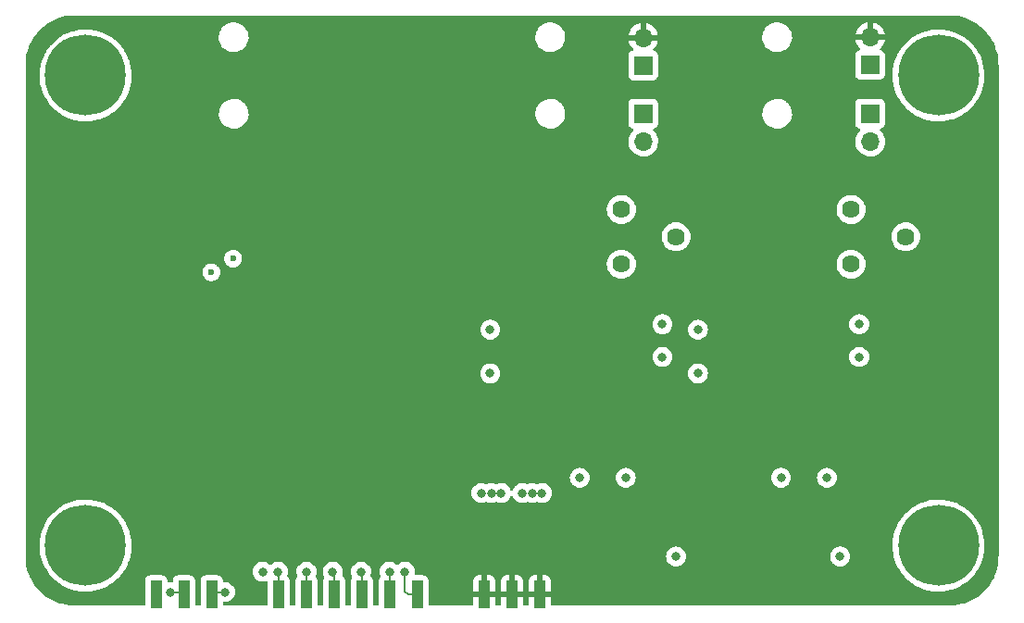
<source format=gbr>
%TF.GenerationSoftware,KiCad,Pcbnew,(6.0.0)*%
%TF.CreationDate,2022-06-06T22:40:39+03:00*%
%TF.ProjectId,analog_board,616e616c-6f67-45f6-926f-6172642e6b69,rev?*%
%TF.SameCoordinates,Original*%
%TF.FileFunction,Copper,L4,Bot*%
%TF.FilePolarity,Positive*%
%FSLAX46Y46*%
G04 Gerber Fmt 4.6, Leading zero omitted, Abs format (unit mm)*
G04 Created by KiCad (PCBNEW (6.0.0)) date 2022-06-06 22:40:39*
%MOMM*%
%LPD*%
G01*
G04 APERTURE LIST*
%TA.AperFunction,ComponentPad*%
%ADD10C,7.400000*%
%TD*%
%TA.AperFunction,ComponentPad*%
%ADD11C,1.620000*%
%TD*%
%TA.AperFunction,SMDPad,CuDef*%
%ADD12R,1.000000X2.500000*%
%TD*%
%TA.AperFunction,ComponentPad*%
%ADD13R,1.700000X1.700000*%
%TD*%
%TA.AperFunction,ComponentPad*%
%ADD14O,1.700000X1.700000*%
%TD*%
%TA.AperFunction,ViaPad*%
%ADD15C,0.800000*%
%TD*%
%TA.AperFunction,ViaPad*%
%ADD16C,0.600000*%
%TD*%
%TA.AperFunction,Conductor*%
%ADD17C,0.200000*%
%TD*%
G04 APERTURE END LIST*
D10*
%TO.P,H1,1,1*%
%TO.N,unconnected-(H1-Pad1)*%
X116000000Y-79000000D03*
%TD*%
%TO.P,H2,1,1*%
%TO.N,unconnected-(H2-Pad1)*%
X194000000Y-122000000D03*
%TD*%
%TO.P,H3,1,1*%
%TO.N,unconnected-(H3-Pad1)*%
X194000000Y-79000000D03*
%TD*%
%TO.P,H4,1,1*%
%TO.N,unconnected-(H4-Pad1)*%
X116000000Y-122000000D03*
%TD*%
D11*
%TO.P,RV1,1,1*%
%TO.N,Net-(R5-Pad2)*%
X186000000Y-91250000D03*
%TO.P,RV1,2,2*%
X191000000Y-93750000D03*
%TO.P,RV1,3,3*%
%TO.N,Net-(C7-Pad2)*%
X186000000Y-96250000D03*
%TD*%
D12*
%TO.P,J9,1,Pin_1*%
%TO.N,/IN2_MONO*%
X133650000Y-126475000D03*
%TO.P,J9,2,Pin_2*%
%TO.N,/IN4_MONO*%
X136190000Y-126475000D03*
%TO.P,J9,3,Pin_3*%
%TO.N,/IN5_L*%
X138730000Y-126475000D03*
%TO.P,J9,4,Pin_4*%
%TO.N,/IN6_L*%
X141270000Y-126475000D03*
%TO.P,J9,5,Pin_5*%
%TO.N,/IN7_L*%
X143810000Y-126475000D03*
%TO.P,J9,6,Pin_6*%
%TO.N,/MIXER_L*%
X146350000Y-126475000D03*
%TD*%
D11*
%TO.P,RV3,1,1*%
%TO.N,Net-(R22-Pad2)*%
X165000000Y-91250000D03*
%TO.P,RV3,2,2*%
X170000000Y-93750000D03*
%TO.P,RV3,3,3*%
%TO.N,Net-(C14-Pad2)*%
X165000000Y-96250000D03*
%TD*%
D13*
%TO.P,J2,1,Pin_1*%
%TO.N,Net-(J2-Pad1)*%
X187750000Y-82500000D03*
D14*
%TO.P,J2,2,Pin_2*%
%TO.N,/Amp1/IN-*%
X187750000Y-85040000D03*
%TD*%
D13*
%TO.P,J6,1,Pin_1*%
%TO.N,Net-(J3-Pad1)*%
X167000000Y-78075000D03*
D14*
%TO.P,J6,2,Pin_2*%
%TO.N,GND*%
X167000000Y-75535000D03*
%TD*%
D12*
%TO.P,RV6,1,1*%
%TO.N,unconnected-(RV6-Pad1)*%
X122460000Y-126475000D03*
%TO.P,RV6,2,2*%
%TO.N,Net-(R48-Pad2)*%
X125000000Y-126475000D03*
%TO.P,RV6,3,3*%
%TO.N,Net-(R41-Pad1)*%
X127540000Y-126475000D03*
%TD*%
%TO.P,J11,1,Pin_1*%
%TO.N,GND*%
X152460000Y-126475000D03*
%TO.P,J11,2,Pin_2*%
X155000000Y-126475000D03*
%TO.P,J11,3,Pin_3*%
X157540000Y-126475000D03*
%TD*%
D13*
%TO.P,J3,1,Pin_1*%
%TO.N,Net-(J3-Pad1)*%
X167000000Y-82500000D03*
D14*
%TO.P,J3,2,Pin_2*%
%TO.N,/Amp2/IN-*%
X167000000Y-85040000D03*
%TD*%
D13*
%TO.P,J5,1,Pin_1*%
%TO.N,Net-(J2-Pad1)*%
X187750000Y-78040000D03*
D14*
%TO.P,J5,2,Pin_2*%
%TO.N,GND*%
X187750000Y-75500000D03*
%TD*%
D15*
%TO.N,GND*%
X156500000Y-112000000D03*
X181150000Y-123000000D03*
X171400000Y-108400000D03*
D16*
X126000000Y-94250000D03*
D15*
X166200000Y-123000000D03*
X125100000Y-76500000D03*
X183500000Y-114250000D03*
X168750000Y-103250000D03*
X172000000Y-100250000D03*
D16*
X131000000Y-95250000D03*
D15*
X160600000Y-122600000D03*
X165000000Y-114250000D03*
X153000000Y-100250000D03*
X175000000Y-112000000D03*
X186750000Y-103250000D03*
X149537500Y-122600000D03*
X190200000Y-108750000D03*
%TO.N,/IN6_L*%
X141200000Y-124400000D03*
%TO.N,/IN5_L*%
X138600000Y-124400000D03*
%TO.N,/MIXER_L*%
X145200000Y-124400000D03*
%TO.N,/IN1_MONO*%
X132200000Y-124400000D03*
X185000000Y-123000000D03*
%TO.N,/IN2_MONO*%
X133600000Y-124400000D03*
X170000000Y-123000000D03*
%TO.N,+VDC*%
X186750000Y-101750000D03*
X153000000Y-102250000D03*
X168750000Y-101750000D03*
X153100000Y-117200000D03*
X172000000Y-102250000D03*
X152200000Y-117200000D03*
X165400000Y-115800000D03*
D16*
X129500000Y-95750000D03*
D15*
X183800000Y-115800000D03*
X154000000Y-117200000D03*
%TO.N,-VDC*%
X161200000Y-115800000D03*
X156850000Y-117200000D03*
X186750000Y-104750000D03*
X153000000Y-106250000D03*
X157750000Y-117200000D03*
D16*
X127500000Y-97000000D03*
D15*
X155950000Y-117200000D03*
X168750000Y-104750000D03*
X172000000Y-106250000D03*
X179600000Y-115800000D03*
%TO.N,Net-(R41-Pad1)*%
X128750000Y-126250000D03*
%TO.N,Net-(R48-Pad2)*%
X123750000Y-126250000D03*
%TO.N,/IN4_MONO*%
X136200000Y-124400000D03*
%TO.N,/IN7_L*%
X143800000Y-124400000D03*
%TD*%
D17*
%TO.N,/IN6_L*%
X141200000Y-124400000D02*
X141270000Y-124470000D01*
X141270000Y-124470000D02*
X141270000Y-126475000D01*
%TO.N,/IN5_L*%
X138600000Y-124400000D02*
X138730000Y-124530000D01*
X138730000Y-124530000D02*
X138730000Y-126475000D01*
%TO.N,/MIXER_L*%
X145475000Y-126475000D02*
X146350000Y-126475000D01*
X145200000Y-124400000D02*
X145200000Y-126200000D01*
X145200000Y-126200000D02*
X145475000Y-126475000D01*
%TO.N,/IN2_MONO*%
X133600000Y-124400000D02*
X133650000Y-124450000D01*
X133650000Y-124450000D02*
X133650000Y-126475000D01*
%TO.N,Net-(R41-Pad1)*%
X127765000Y-126250000D02*
X127540000Y-126475000D01*
X128750000Y-126250000D02*
X127765000Y-126250000D01*
%TO.N,Net-(R48-Pad2)*%
X123750000Y-126250000D02*
X124775000Y-126250000D01*
X124775000Y-126250000D02*
X125000000Y-126475000D01*
%TO.N,/IN4_MONO*%
X136200000Y-124400000D02*
X136190000Y-124410000D01*
X136190000Y-124410000D02*
X136190000Y-126475000D01*
%TO.N,/IN7_L*%
X143800000Y-124400000D02*
X143810000Y-124410000D01*
X143810000Y-124410000D02*
X143810000Y-126475000D01*
%TD*%
%TA.AperFunction,Conductor*%
%TO.N,GND*%
G36*
X194970057Y-73509500D02*
G01*
X194984858Y-73511805D01*
X194984861Y-73511805D01*
X194993730Y-73513186D01*
X195014158Y-73510515D01*
X195035983Y-73509571D01*
X195386007Y-73524853D01*
X195396958Y-73525811D01*
X195774579Y-73575527D01*
X195785403Y-73577436D01*
X196157243Y-73659870D01*
X196167860Y-73662715D01*
X196531110Y-73777248D01*
X196541425Y-73781001D01*
X196893334Y-73926766D01*
X196903269Y-73931399D01*
X197241128Y-74107278D01*
X197250637Y-74112768D01*
X197571860Y-74317410D01*
X197580864Y-74323714D01*
X197684481Y-74403222D01*
X197836342Y-74519748D01*
X197883043Y-74555583D01*
X197891460Y-74562647D01*
X198161377Y-74809979D01*
X198172268Y-74819959D01*
X198180037Y-74827728D01*
X198437050Y-75108209D01*
X198437351Y-75108537D01*
X198444414Y-75116954D01*
X198543435Y-75246000D01*
X198676286Y-75419136D01*
X198682590Y-75428140D01*
X198887232Y-75749363D01*
X198892722Y-75758872D01*
X199068601Y-76096731D01*
X199073234Y-76106666D01*
X199200521Y-76413965D01*
X199218996Y-76458568D01*
X199222752Y-76468890D01*
X199308040Y-76739385D01*
X199337285Y-76832139D01*
X199340130Y-76842757D01*
X199422564Y-77214597D01*
X199424473Y-77225421D01*
X199474189Y-77603042D01*
X199475147Y-77613993D01*
X199490104Y-77956583D01*
X199488724Y-77981461D01*
X199486814Y-77993730D01*
X199488638Y-78007678D01*
X199490936Y-78025251D01*
X199492000Y-78041589D01*
X199492000Y-122950672D01*
X199490500Y-122970056D01*
X199486814Y-122993730D01*
X199489485Y-123014158D01*
X199490429Y-123035983D01*
X199484825Y-123164332D01*
X199475147Y-123386007D01*
X199474189Y-123396958D01*
X199424473Y-123774579D01*
X199422564Y-123785403D01*
X199340130Y-124157243D01*
X199337285Y-124167860D01*
X199255824Y-124426223D01*
X199222755Y-124531103D01*
X199218999Y-124541425D01*
X199083170Y-124869348D01*
X199073238Y-124893325D01*
X199068601Y-124903269D01*
X198892722Y-125241128D01*
X198887233Y-125250635D01*
X198874951Y-125269914D01*
X198682590Y-125571860D01*
X198676286Y-125580864D01*
X198462257Y-125859794D01*
X198444417Y-125883043D01*
X198437353Y-125891460D01*
X198276836Y-126066635D01*
X198180041Y-126172268D01*
X198172272Y-126180037D01*
X197947529Y-126385976D01*
X197891463Y-126437351D01*
X197883046Y-126444414D01*
X197731954Y-126560351D01*
X197580864Y-126676286D01*
X197571860Y-126682590D01*
X197250637Y-126887232D01*
X197241128Y-126892722D01*
X196903269Y-127068601D01*
X196893334Y-127073234D01*
X196541425Y-127218999D01*
X196531110Y-127222752D01*
X196335273Y-127284500D01*
X196167861Y-127337285D01*
X196157243Y-127340130D01*
X195785403Y-127422564D01*
X195774579Y-127424473D01*
X195396958Y-127474189D01*
X195386007Y-127475147D01*
X195043417Y-127490104D01*
X195018539Y-127488724D01*
X195018160Y-127488665D01*
X195006270Y-127486814D01*
X194974749Y-127490936D01*
X194958411Y-127492000D01*
X158674000Y-127492000D01*
X158605879Y-127471998D01*
X158559386Y-127418342D01*
X158548000Y-127366000D01*
X158548000Y-126747115D01*
X158543525Y-126731876D01*
X158542135Y-126730671D01*
X158534452Y-126729000D01*
X156550116Y-126729000D01*
X156534877Y-126733475D01*
X156533672Y-126734865D01*
X156532001Y-126742548D01*
X156532001Y-127366000D01*
X156511999Y-127434121D01*
X156458343Y-127480614D01*
X156406001Y-127492000D01*
X156134000Y-127492000D01*
X156065879Y-127471998D01*
X156019386Y-127418342D01*
X156008000Y-127366000D01*
X156008000Y-126747115D01*
X156003525Y-126731876D01*
X156002135Y-126730671D01*
X155994452Y-126729000D01*
X154010116Y-126729000D01*
X153994877Y-126733475D01*
X153993672Y-126734865D01*
X153992001Y-126742548D01*
X153992001Y-127366000D01*
X153971999Y-127434121D01*
X153918343Y-127480614D01*
X153866001Y-127492000D01*
X153594000Y-127492000D01*
X153525879Y-127471998D01*
X153479386Y-127418342D01*
X153468000Y-127366000D01*
X153468000Y-126747115D01*
X153463525Y-126731876D01*
X153462135Y-126730671D01*
X153454452Y-126729000D01*
X151470116Y-126729000D01*
X151454877Y-126733475D01*
X151453672Y-126734865D01*
X151452001Y-126742548D01*
X151452001Y-127366000D01*
X151431999Y-127434121D01*
X151378343Y-127480614D01*
X151326001Y-127492000D01*
X147484500Y-127492000D01*
X147416379Y-127471998D01*
X147369886Y-127418342D01*
X147358500Y-127366000D01*
X147358500Y-126202885D01*
X151452000Y-126202885D01*
X151456475Y-126218124D01*
X151457865Y-126219329D01*
X151465548Y-126221000D01*
X152187885Y-126221000D01*
X152203124Y-126216525D01*
X152204329Y-126215135D01*
X152206000Y-126207452D01*
X152206000Y-126202885D01*
X152714000Y-126202885D01*
X152718475Y-126218124D01*
X152719865Y-126219329D01*
X152727548Y-126221000D01*
X153449884Y-126221000D01*
X153465123Y-126216525D01*
X153466328Y-126215135D01*
X153467999Y-126207452D01*
X153467999Y-126202885D01*
X153992000Y-126202885D01*
X153996475Y-126218124D01*
X153997865Y-126219329D01*
X154005548Y-126221000D01*
X154727885Y-126221000D01*
X154743124Y-126216525D01*
X154744329Y-126215135D01*
X154746000Y-126207452D01*
X154746000Y-126202885D01*
X155254000Y-126202885D01*
X155258475Y-126218124D01*
X155259865Y-126219329D01*
X155267548Y-126221000D01*
X155989884Y-126221000D01*
X156005123Y-126216525D01*
X156006328Y-126215135D01*
X156007999Y-126207452D01*
X156007999Y-126202885D01*
X156532000Y-126202885D01*
X156536475Y-126218124D01*
X156537865Y-126219329D01*
X156545548Y-126221000D01*
X157267885Y-126221000D01*
X157283124Y-126216525D01*
X157284329Y-126215135D01*
X157286000Y-126207452D01*
X157286000Y-126202885D01*
X157794000Y-126202885D01*
X157798475Y-126218124D01*
X157799865Y-126219329D01*
X157807548Y-126221000D01*
X158529884Y-126221000D01*
X158545123Y-126216525D01*
X158546328Y-126215135D01*
X158547999Y-126207452D01*
X158547999Y-125180331D01*
X158547629Y-125173510D01*
X158542105Y-125122648D01*
X158538479Y-125107396D01*
X158493324Y-124986946D01*
X158484786Y-124971351D01*
X158408285Y-124869276D01*
X158395724Y-124856715D01*
X158293649Y-124780214D01*
X158278054Y-124771676D01*
X158157606Y-124726522D01*
X158142351Y-124722895D01*
X158091486Y-124717369D01*
X158084672Y-124717000D01*
X157812115Y-124717000D01*
X157796876Y-124721475D01*
X157795671Y-124722865D01*
X157794000Y-124730548D01*
X157794000Y-126202885D01*
X157286000Y-126202885D01*
X157286000Y-124735116D01*
X157281525Y-124719877D01*
X157280135Y-124718672D01*
X157272452Y-124717001D01*
X156995331Y-124717001D01*
X156988510Y-124717371D01*
X156937648Y-124722895D01*
X156922396Y-124726521D01*
X156801946Y-124771676D01*
X156786351Y-124780214D01*
X156684276Y-124856715D01*
X156671715Y-124869276D01*
X156595214Y-124971351D01*
X156586676Y-124986946D01*
X156541522Y-125107394D01*
X156537895Y-125122649D01*
X156532369Y-125173514D01*
X156532000Y-125180328D01*
X156532000Y-126202885D01*
X156007999Y-126202885D01*
X156007999Y-125180331D01*
X156007629Y-125173510D01*
X156002105Y-125122648D01*
X155998479Y-125107396D01*
X155953324Y-124986946D01*
X155944786Y-124971351D01*
X155868285Y-124869276D01*
X155855724Y-124856715D01*
X155753649Y-124780214D01*
X155738054Y-124771676D01*
X155617606Y-124726522D01*
X155602351Y-124722895D01*
X155551486Y-124717369D01*
X155544672Y-124717000D01*
X155272115Y-124717000D01*
X155256876Y-124721475D01*
X155255671Y-124722865D01*
X155254000Y-124730548D01*
X155254000Y-126202885D01*
X154746000Y-126202885D01*
X154746000Y-124735116D01*
X154741525Y-124719877D01*
X154740135Y-124718672D01*
X154732452Y-124717001D01*
X154455331Y-124717001D01*
X154448510Y-124717371D01*
X154397648Y-124722895D01*
X154382396Y-124726521D01*
X154261946Y-124771676D01*
X154246351Y-124780214D01*
X154144276Y-124856715D01*
X154131715Y-124869276D01*
X154055214Y-124971351D01*
X154046676Y-124986946D01*
X154001522Y-125107394D01*
X153997895Y-125122649D01*
X153992369Y-125173514D01*
X153992000Y-125180328D01*
X153992000Y-126202885D01*
X153467999Y-126202885D01*
X153467999Y-125180331D01*
X153467629Y-125173510D01*
X153462105Y-125122648D01*
X153458479Y-125107396D01*
X153413324Y-124986946D01*
X153404786Y-124971351D01*
X153328285Y-124869276D01*
X153315724Y-124856715D01*
X153213649Y-124780214D01*
X153198054Y-124771676D01*
X153077606Y-124726522D01*
X153062351Y-124722895D01*
X153011486Y-124717369D01*
X153004672Y-124717000D01*
X152732115Y-124717000D01*
X152716876Y-124721475D01*
X152715671Y-124722865D01*
X152714000Y-124730548D01*
X152714000Y-126202885D01*
X152206000Y-126202885D01*
X152206000Y-124735116D01*
X152201525Y-124719877D01*
X152200135Y-124718672D01*
X152192452Y-124717001D01*
X151915331Y-124717001D01*
X151908510Y-124717371D01*
X151857648Y-124722895D01*
X151842396Y-124726521D01*
X151721946Y-124771676D01*
X151706351Y-124780214D01*
X151604276Y-124856715D01*
X151591715Y-124869276D01*
X151515214Y-124971351D01*
X151506676Y-124986946D01*
X151461522Y-125107394D01*
X151457895Y-125122649D01*
X151452369Y-125173514D01*
X151452000Y-125180328D01*
X151452000Y-126202885D01*
X147358500Y-126202885D01*
X147358500Y-125176866D01*
X147351745Y-125114684D01*
X147300615Y-124978295D01*
X147213261Y-124861739D01*
X147096705Y-124774385D01*
X146960316Y-124723255D01*
X146898134Y-124716500D01*
X146220176Y-124716500D01*
X146152055Y-124696498D01*
X146105562Y-124642842D01*
X146094866Y-124577330D01*
X146112814Y-124406565D01*
X146113504Y-124400000D01*
X146093542Y-124210072D01*
X146034527Y-124028444D01*
X145939040Y-123863056D01*
X145876685Y-123793803D01*
X145815675Y-123726045D01*
X145815674Y-123726044D01*
X145811253Y-123721134D01*
X145656752Y-123608882D01*
X145650724Y-123606198D01*
X145650722Y-123606197D01*
X145488319Y-123533891D01*
X145488318Y-123533891D01*
X145482288Y-123531206D01*
X145388887Y-123511353D01*
X145301944Y-123492872D01*
X145301939Y-123492872D01*
X145295487Y-123491500D01*
X145104513Y-123491500D01*
X145098061Y-123492872D01*
X145098056Y-123492872D01*
X145011113Y-123511353D01*
X144917712Y-123531206D01*
X144911682Y-123533891D01*
X144911681Y-123533891D01*
X144749278Y-123606197D01*
X144749276Y-123606198D01*
X144743248Y-123608882D01*
X144737907Y-123612762D01*
X144737906Y-123612763D01*
X144598821Y-123713815D01*
X144588747Y-123721134D01*
X144584325Y-123726045D01*
X144584313Y-123726056D01*
X144520306Y-123756775D01*
X144449852Y-123748013D01*
X144415687Y-123726056D01*
X144415675Y-123726045D01*
X144411253Y-123721134D01*
X144401180Y-123713815D01*
X144262094Y-123612763D01*
X144262093Y-123612762D01*
X144256752Y-123608882D01*
X144250724Y-123606198D01*
X144250722Y-123606197D01*
X144088319Y-123533891D01*
X144088318Y-123533891D01*
X144082288Y-123531206D01*
X143988887Y-123511353D01*
X143901944Y-123492872D01*
X143901939Y-123492872D01*
X143895487Y-123491500D01*
X143704513Y-123491500D01*
X143698061Y-123492872D01*
X143698056Y-123492872D01*
X143611113Y-123511353D01*
X143517712Y-123531206D01*
X143511682Y-123533891D01*
X143511681Y-123533891D01*
X143349278Y-123606197D01*
X143349276Y-123606198D01*
X143343248Y-123608882D01*
X143188747Y-123721134D01*
X143184326Y-123726044D01*
X143184325Y-123726045D01*
X143123316Y-123793803D01*
X143060960Y-123863056D01*
X142965473Y-124028444D01*
X142906458Y-124210072D01*
X142886496Y-124400000D01*
X142906458Y-124589928D01*
X142957040Y-124745600D01*
X142960044Y-124754846D01*
X142962072Y-124825814D01*
X142941038Y-124869346D01*
X142859385Y-124978295D01*
X142808255Y-125114684D01*
X142801500Y-125176866D01*
X142801500Y-127366000D01*
X142781498Y-127434121D01*
X142727842Y-127480614D01*
X142675500Y-127492000D01*
X142404500Y-127492000D01*
X142336379Y-127471998D01*
X142289886Y-127418342D01*
X142278500Y-127366000D01*
X142278500Y-125176866D01*
X142271745Y-125114684D01*
X142220615Y-124978295D01*
X142133261Y-124861739D01*
X142102416Y-124838622D01*
X142059901Y-124781763D01*
X142054875Y-124710944D01*
X142058148Y-124698860D01*
X142085477Y-124614749D01*
X142093542Y-124589928D01*
X142113504Y-124400000D01*
X142093542Y-124210072D01*
X142034527Y-124028444D01*
X141939040Y-123863056D01*
X141876685Y-123793803D01*
X141815675Y-123726045D01*
X141815674Y-123726044D01*
X141811253Y-123721134D01*
X141656752Y-123608882D01*
X141650724Y-123606198D01*
X141650722Y-123606197D01*
X141488319Y-123533891D01*
X141488318Y-123533891D01*
X141482288Y-123531206D01*
X141388887Y-123511353D01*
X141301944Y-123492872D01*
X141301939Y-123492872D01*
X141295487Y-123491500D01*
X141104513Y-123491500D01*
X141098061Y-123492872D01*
X141098056Y-123492872D01*
X141011113Y-123511353D01*
X140917712Y-123531206D01*
X140911682Y-123533891D01*
X140911681Y-123533891D01*
X140749278Y-123606197D01*
X140749276Y-123606198D01*
X140743248Y-123608882D01*
X140588747Y-123721134D01*
X140584326Y-123726044D01*
X140584325Y-123726045D01*
X140523316Y-123793803D01*
X140460960Y-123863056D01*
X140365473Y-124028444D01*
X140306458Y-124210072D01*
X140286496Y-124400000D01*
X140306458Y-124589928D01*
X140365473Y-124771556D01*
X140368776Y-124777277D01*
X140371259Y-124781577D01*
X140387998Y-124850572D01*
X140362967Y-124920144D01*
X140319385Y-124978295D01*
X140268255Y-125114684D01*
X140261500Y-125176866D01*
X140261500Y-127366000D01*
X140241498Y-127434121D01*
X140187842Y-127480614D01*
X140135500Y-127492000D01*
X139864500Y-127492000D01*
X139796379Y-127471998D01*
X139749886Y-127418342D01*
X139738500Y-127366000D01*
X139738500Y-125176866D01*
X139731745Y-125114684D01*
X139680615Y-124978295D01*
X139593261Y-124861739D01*
X139514165Y-124802459D01*
X139471651Y-124745600D01*
X139466626Y-124674782D01*
X139469898Y-124662698D01*
X139491500Y-124596214D01*
X139491502Y-124596206D01*
X139493542Y-124589928D01*
X139494867Y-124577330D01*
X139512814Y-124406565D01*
X139513504Y-124400000D01*
X139493542Y-124210072D01*
X139434527Y-124028444D01*
X139339040Y-123863056D01*
X139276685Y-123793803D01*
X139215675Y-123726045D01*
X139215674Y-123726044D01*
X139211253Y-123721134D01*
X139056752Y-123608882D01*
X139050724Y-123606198D01*
X139050722Y-123606197D01*
X138888319Y-123533891D01*
X138888318Y-123533891D01*
X138882288Y-123531206D01*
X138788887Y-123511353D01*
X138701944Y-123492872D01*
X138701939Y-123492872D01*
X138695487Y-123491500D01*
X138504513Y-123491500D01*
X138498061Y-123492872D01*
X138498056Y-123492872D01*
X138411113Y-123511353D01*
X138317712Y-123531206D01*
X138311682Y-123533891D01*
X138311681Y-123533891D01*
X138149278Y-123606197D01*
X138149276Y-123606198D01*
X138143248Y-123608882D01*
X137988747Y-123721134D01*
X137984326Y-123726044D01*
X137984325Y-123726045D01*
X137923316Y-123793803D01*
X137860960Y-123863056D01*
X137765473Y-124028444D01*
X137706458Y-124210072D01*
X137686496Y-124400000D01*
X137706458Y-124589928D01*
X137765473Y-124771556D01*
X137768776Y-124777277D01*
X137768777Y-124777279D01*
X137797368Y-124826800D01*
X137814106Y-124895796D01*
X137789077Y-124965363D01*
X137779385Y-124978295D01*
X137728255Y-125114684D01*
X137721500Y-125176866D01*
X137721500Y-127366000D01*
X137701498Y-127434121D01*
X137647842Y-127480614D01*
X137595500Y-127492000D01*
X137324500Y-127492000D01*
X137256379Y-127471998D01*
X137209886Y-127418342D01*
X137198500Y-127366000D01*
X137198500Y-125176866D01*
X137191745Y-125114684D01*
X137140615Y-124978295D01*
X137058962Y-124869346D01*
X137034115Y-124802842D01*
X137039956Y-124754846D01*
X137042961Y-124745600D01*
X137093542Y-124589928D01*
X137113504Y-124400000D01*
X137093542Y-124210072D01*
X137034527Y-124028444D01*
X136939040Y-123863056D01*
X136876685Y-123793803D01*
X136815675Y-123726045D01*
X136815674Y-123726044D01*
X136811253Y-123721134D01*
X136656752Y-123608882D01*
X136650724Y-123606198D01*
X136650722Y-123606197D01*
X136488319Y-123533891D01*
X136488318Y-123533891D01*
X136482288Y-123531206D01*
X136388887Y-123511353D01*
X136301944Y-123492872D01*
X136301939Y-123492872D01*
X136295487Y-123491500D01*
X136104513Y-123491500D01*
X136098061Y-123492872D01*
X136098056Y-123492872D01*
X136011113Y-123511353D01*
X135917712Y-123531206D01*
X135911682Y-123533891D01*
X135911681Y-123533891D01*
X135749278Y-123606197D01*
X135749276Y-123606198D01*
X135743248Y-123608882D01*
X135588747Y-123721134D01*
X135584326Y-123726044D01*
X135584325Y-123726045D01*
X135523316Y-123793803D01*
X135460960Y-123863056D01*
X135365473Y-124028444D01*
X135306458Y-124210072D01*
X135286496Y-124400000D01*
X135306458Y-124589928D01*
X135314523Y-124614749D01*
X135354671Y-124738313D01*
X135356698Y-124809281D01*
X135326626Y-124861654D01*
X135326739Y-124861739D01*
X135239385Y-124978295D01*
X135188255Y-125114684D01*
X135181500Y-125176866D01*
X135181500Y-127366000D01*
X135161498Y-127434121D01*
X135107842Y-127480614D01*
X135055500Y-127492000D01*
X134784500Y-127492000D01*
X134716379Y-127471998D01*
X134669886Y-127418342D01*
X134658500Y-127366000D01*
X134658500Y-125176866D01*
X134651745Y-125114684D01*
X134600615Y-124978295D01*
X134513261Y-124861739D01*
X134498499Y-124850676D01*
X134455985Y-124793819D01*
X134450958Y-124723001D01*
X134454231Y-124710914D01*
X134485477Y-124614749D01*
X134493542Y-124589928D01*
X134513504Y-124400000D01*
X134493542Y-124210072D01*
X134434527Y-124028444D01*
X134339040Y-123863056D01*
X134276685Y-123793803D01*
X134215675Y-123726045D01*
X134215674Y-123726044D01*
X134211253Y-123721134D01*
X134056752Y-123608882D01*
X134050724Y-123606198D01*
X134050722Y-123606197D01*
X133888319Y-123533891D01*
X133888318Y-123533891D01*
X133882288Y-123531206D01*
X133788887Y-123511353D01*
X133701944Y-123492872D01*
X133701939Y-123492872D01*
X133695487Y-123491500D01*
X133504513Y-123491500D01*
X133498061Y-123492872D01*
X133498056Y-123492872D01*
X133411113Y-123511353D01*
X133317712Y-123531206D01*
X133311682Y-123533891D01*
X133311681Y-123533891D01*
X133149278Y-123606197D01*
X133149276Y-123606198D01*
X133143248Y-123608882D01*
X133137907Y-123612762D01*
X133137906Y-123612763D01*
X132998821Y-123713815D01*
X132988747Y-123721134D01*
X132984325Y-123726045D01*
X132984313Y-123726056D01*
X132920306Y-123756775D01*
X132849852Y-123748013D01*
X132815687Y-123726056D01*
X132815675Y-123726045D01*
X132811253Y-123721134D01*
X132801180Y-123713815D01*
X132662094Y-123612763D01*
X132662093Y-123612762D01*
X132656752Y-123608882D01*
X132650724Y-123606198D01*
X132650722Y-123606197D01*
X132488319Y-123533891D01*
X132488318Y-123533891D01*
X132482288Y-123531206D01*
X132388887Y-123511353D01*
X132301944Y-123492872D01*
X132301939Y-123492872D01*
X132295487Y-123491500D01*
X132104513Y-123491500D01*
X132098061Y-123492872D01*
X132098056Y-123492872D01*
X132011113Y-123511353D01*
X131917712Y-123531206D01*
X131911682Y-123533891D01*
X131911681Y-123533891D01*
X131749278Y-123606197D01*
X131749276Y-123606198D01*
X131743248Y-123608882D01*
X131588747Y-123721134D01*
X131584326Y-123726044D01*
X131584325Y-123726045D01*
X131523316Y-123793803D01*
X131460960Y-123863056D01*
X131365473Y-124028444D01*
X131306458Y-124210072D01*
X131286496Y-124400000D01*
X131306458Y-124589928D01*
X131365473Y-124771556D01*
X131368776Y-124777277D01*
X131368777Y-124777279D01*
X131383315Y-124802460D01*
X131460960Y-124936944D01*
X131465378Y-124941851D01*
X131465379Y-124941852D01*
X131505763Y-124986703D01*
X131588747Y-125078866D01*
X131743248Y-125191118D01*
X131749276Y-125193802D01*
X131749278Y-125193803D01*
X131911681Y-125266109D01*
X131917712Y-125268794D01*
X131997361Y-125285724D01*
X132098056Y-125307128D01*
X132098061Y-125307128D01*
X132104513Y-125308500D01*
X132295487Y-125308500D01*
X132301939Y-125307128D01*
X132301944Y-125307128D01*
X132475833Y-125270166D01*
X132475832Y-125270166D01*
X132482288Y-125268794D01*
X132482493Y-125269758D01*
X132547536Y-125267903D01*
X132608333Y-125304568D01*
X132639655Y-125368281D01*
X132641500Y-125389762D01*
X132641500Y-127366000D01*
X132621498Y-127434121D01*
X132567842Y-127480614D01*
X132515500Y-127492000D01*
X128674500Y-127492000D01*
X128606379Y-127471998D01*
X128559886Y-127418342D01*
X128548500Y-127366000D01*
X128548500Y-127284500D01*
X128568502Y-127216379D01*
X128622158Y-127169886D01*
X128674500Y-127158500D01*
X128845487Y-127158500D01*
X128851939Y-127157128D01*
X128851944Y-127157128D01*
X128938887Y-127138647D01*
X129032288Y-127118794D01*
X129038319Y-127116109D01*
X129200722Y-127043803D01*
X129200724Y-127043802D01*
X129206752Y-127041118D01*
X129361253Y-126928866D01*
X129365675Y-126923955D01*
X129484621Y-126791852D01*
X129484622Y-126791851D01*
X129489040Y-126786944D01*
X129584527Y-126621556D01*
X129643542Y-126439928D01*
X129663504Y-126250000D01*
X129659579Y-126212651D01*
X129644232Y-126066635D01*
X129644232Y-126066633D01*
X129643542Y-126060072D01*
X129584527Y-125878444D01*
X129573760Y-125859794D01*
X129492341Y-125718774D01*
X129489040Y-125713056D01*
X129456120Y-125676494D01*
X129365675Y-125576045D01*
X129365674Y-125576044D01*
X129361253Y-125571134D01*
X129206752Y-125458882D01*
X129200724Y-125456198D01*
X129200722Y-125456197D01*
X129038319Y-125383891D01*
X129038318Y-125383891D01*
X129032288Y-125381206D01*
X128938888Y-125361353D01*
X128851944Y-125342872D01*
X128851939Y-125342872D01*
X128845487Y-125341500D01*
X128674500Y-125341500D01*
X128606379Y-125321498D01*
X128559886Y-125267842D01*
X128548500Y-125215500D01*
X128548500Y-125176866D01*
X128541745Y-125114684D01*
X128490615Y-124978295D01*
X128403261Y-124861739D01*
X128286705Y-124774385D01*
X128150316Y-124723255D01*
X128088134Y-124716500D01*
X126991866Y-124716500D01*
X126929684Y-124723255D01*
X126793295Y-124774385D01*
X126676739Y-124861739D01*
X126589385Y-124978295D01*
X126538255Y-125114684D01*
X126531500Y-125176866D01*
X126531500Y-127366000D01*
X126511498Y-127434121D01*
X126457842Y-127480614D01*
X126405500Y-127492000D01*
X126134500Y-127492000D01*
X126066379Y-127471998D01*
X126019886Y-127418342D01*
X126008500Y-127366000D01*
X126008500Y-125176866D01*
X126001745Y-125114684D01*
X125950615Y-124978295D01*
X125863261Y-124861739D01*
X125746705Y-124774385D01*
X125610316Y-124723255D01*
X125548134Y-124716500D01*
X124451866Y-124716500D01*
X124389684Y-124723255D01*
X124253295Y-124774385D01*
X124136739Y-124861739D01*
X124049385Y-124978295D01*
X123998255Y-125114684D01*
X123991500Y-125176866D01*
X123991500Y-125217603D01*
X123971498Y-125285724D01*
X123917842Y-125332217D01*
X123852332Y-125342913D01*
X123851942Y-125342872D01*
X123845487Y-125341500D01*
X123654513Y-125341500D01*
X123648058Y-125342872D01*
X123648049Y-125342873D01*
X123620698Y-125348687D01*
X123549907Y-125343286D01*
X123493274Y-125300470D01*
X123468780Y-125233832D01*
X123468500Y-125225441D01*
X123468500Y-125176866D01*
X123461745Y-125114684D01*
X123410615Y-124978295D01*
X123323261Y-124861739D01*
X123206705Y-124774385D01*
X123070316Y-124723255D01*
X123008134Y-124716500D01*
X121911866Y-124716500D01*
X121849684Y-124723255D01*
X121713295Y-124774385D01*
X121596739Y-124861739D01*
X121509385Y-124978295D01*
X121458255Y-125114684D01*
X121451500Y-125176866D01*
X121451500Y-127366000D01*
X121431498Y-127434121D01*
X121377842Y-127480614D01*
X121325500Y-127492000D01*
X115049328Y-127492000D01*
X115029943Y-127490500D01*
X115015142Y-127488195D01*
X115015139Y-127488195D01*
X115006270Y-127486814D01*
X114985842Y-127489485D01*
X114964017Y-127490429D01*
X114613993Y-127475147D01*
X114603042Y-127474189D01*
X114225421Y-127424473D01*
X114214597Y-127422564D01*
X113842757Y-127340130D01*
X113832139Y-127337285D01*
X113664727Y-127284500D01*
X113468890Y-127222752D01*
X113458575Y-127218999D01*
X113106666Y-127073234D01*
X113096731Y-127068601D01*
X112758872Y-126892722D01*
X112749363Y-126887232D01*
X112428140Y-126682590D01*
X112419136Y-126676286D01*
X112268046Y-126560351D01*
X112116954Y-126444414D01*
X112108537Y-126437351D01*
X112052471Y-126385976D01*
X111827728Y-126180037D01*
X111819959Y-126172268D01*
X111723165Y-126066635D01*
X111562647Y-125891460D01*
X111555583Y-125883043D01*
X111537744Y-125859794D01*
X111323714Y-125580864D01*
X111317410Y-125571860D01*
X111125049Y-125269914D01*
X111112767Y-125250635D01*
X111107278Y-125241128D01*
X110931399Y-124903269D01*
X110926762Y-124893325D01*
X110916831Y-124869348D01*
X110781001Y-124541425D01*
X110777245Y-124531103D01*
X110744177Y-124426223D01*
X110662715Y-124167860D01*
X110659870Y-124157243D01*
X110577436Y-123785403D01*
X110575527Y-123774579D01*
X110525811Y-123396957D01*
X110524853Y-123386006D01*
X110510059Y-123047173D01*
X110511686Y-123020769D01*
X110512263Y-123017342D01*
X110512263Y-123017340D01*
X110513071Y-123012539D01*
X110513224Y-123000000D01*
X110509273Y-122972412D01*
X110508000Y-122954549D01*
X110508000Y-121941169D01*
X111786836Y-121941169D01*
X111786944Y-121944258D01*
X111800105Y-122321134D01*
X111801203Y-122352583D01*
X111855648Y-122760631D01*
X111856348Y-122763615D01*
X111856349Y-122763621D01*
X111920232Y-123035987D01*
X111949652Y-123161419D01*
X112082317Y-123551120D01*
X112252377Y-123926016D01*
X112458210Y-124282528D01*
X112459999Y-124285026D01*
X112460001Y-124285030D01*
X112682787Y-124596214D01*
X112697849Y-124617253D01*
X112699876Y-124619568D01*
X112699878Y-124619571D01*
X112915912Y-124866344D01*
X112969008Y-124926995D01*
X113269098Y-125208799D01*
X113595256Y-125459974D01*
X113597859Y-125461601D01*
X113597864Y-125461604D01*
X113599719Y-125462763D01*
X113944367Y-125678123D01*
X114313099Y-125861163D01*
X114697934Y-126007348D01*
X115095197Y-126115282D01*
X115098240Y-126115797D01*
X115098246Y-126115798D01*
X115498055Y-126183421D01*
X115498062Y-126183422D01*
X115501096Y-126183935D01*
X115504167Y-126184150D01*
X115504169Y-126184150D01*
X115908692Y-126212437D01*
X115908700Y-126212437D01*
X115911758Y-126212651D01*
X116175974Y-126205271D01*
X116320187Y-126201243D01*
X116320190Y-126201243D01*
X116323261Y-126201157D01*
X116326314Y-126200771D01*
X116326318Y-126200771D01*
X116490409Y-126180041D01*
X116731680Y-126149561D01*
X116734684Y-126148879D01*
X116734687Y-126148878D01*
X117130118Y-126059039D01*
X117130124Y-126059037D01*
X117133114Y-126058358D01*
X117146834Y-126053794D01*
X117520808Y-125929389D01*
X117520814Y-125929387D01*
X117523732Y-125928416D01*
X117621855Y-125884729D01*
X117897006Y-125762224D01*
X117897012Y-125762221D01*
X117899806Y-125760977D01*
X117974097Y-125718774D01*
X118255073Y-125559158D01*
X118255081Y-125559153D01*
X118257746Y-125557639D01*
X118594136Y-125320342D01*
X118612411Y-125304568D01*
X118903426Y-125053370D01*
X118905764Y-125051352D01*
X118907885Y-125049125D01*
X118907891Y-125049119D01*
X119187538Y-124755460D01*
X119189655Y-124753237D01*
X119210913Y-124726029D01*
X119441191Y-124431286D01*
X119441193Y-124431283D01*
X119443101Y-124428841D01*
X119444757Y-124426231D01*
X119444763Y-124426223D01*
X119662029Y-124083866D01*
X119662031Y-124083863D01*
X119663682Y-124081261D01*
X119849292Y-123713815D01*
X119889993Y-123608882D01*
X119997045Y-123332887D01*
X119997048Y-123332877D01*
X119998160Y-123330011D01*
X120090301Y-123000000D01*
X169086496Y-123000000D01*
X169087186Y-123006565D01*
X169103462Y-123161419D01*
X169106458Y-123189928D01*
X169165473Y-123371556D01*
X169260960Y-123536944D01*
X169265378Y-123541851D01*
X169265379Y-123541852D01*
X169325733Y-123608882D01*
X169388747Y-123678866D01*
X169543248Y-123791118D01*
X169549276Y-123793802D01*
X169549278Y-123793803D01*
X169704824Y-123863056D01*
X169717712Y-123868794D01*
X169811112Y-123888647D01*
X169898056Y-123907128D01*
X169898061Y-123907128D01*
X169904513Y-123908500D01*
X170095487Y-123908500D01*
X170101939Y-123907128D01*
X170101944Y-123907128D01*
X170188888Y-123888647D01*
X170282288Y-123868794D01*
X170295176Y-123863056D01*
X170450722Y-123793803D01*
X170450724Y-123793802D01*
X170456752Y-123791118D01*
X170611253Y-123678866D01*
X170674267Y-123608882D01*
X170734621Y-123541852D01*
X170734622Y-123541851D01*
X170739040Y-123536944D01*
X170834527Y-123371556D01*
X170893542Y-123189928D01*
X170896539Y-123161419D01*
X170912814Y-123006565D01*
X170913504Y-123000000D01*
X184086496Y-123000000D01*
X184087186Y-123006565D01*
X184103462Y-123161419D01*
X184106458Y-123189928D01*
X184165473Y-123371556D01*
X184260960Y-123536944D01*
X184265378Y-123541851D01*
X184265379Y-123541852D01*
X184325733Y-123608882D01*
X184388747Y-123678866D01*
X184543248Y-123791118D01*
X184549276Y-123793802D01*
X184549278Y-123793803D01*
X184704824Y-123863056D01*
X184717712Y-123868794D01*
X184811112Y-123888647D01*
X184898056Y-123907128D01*
X184898061Y-123907128D01*
X184904513Y-123908500D01*
X185095487Y-123908500D01*
X185101939Y-123907128D01*
X185101944Y-123907128D01*
X185188888Y-123888647D01*
X185282288Y-123868794D01*
X185295176Y-123863056D01*
X185450722Y-123793803D01*
X185450724Y-123793802D01*
X185456752Y-123791118D01*
X185611253Y-123678866D01*
X185674267Y-123608882D01*
X185734621Y-123541852D01*
X185734622Y-123541851D01*
X185739040Y-123536944D01*
X185834527Y-123371556D01*
X185893542Y-123189928D01*
X185896539Y-123161419D01*
X185912814Y-123006565D01*
X185913504Y-123000000D01*
X185908727Y-122954549D01*
X185894232Y-122816635D01*
X185894232Y-122816633D01*
X185893542Y-122810072D01*
X185834527Y-122628444D01*
X185739040Y-122463056D01*
X185611253Y-122321134D01*
X185456752Y-122208882D01*
X185450724Y-122206198D01*
X185450722Y-122206197D01*
X185288319Y-122133891D01*
X185288318Y-122133891D01*
X185282288Y-122131206D01*
X185188887Y-122111353D01*
X185101944Y-122092872D01*
X185101939Y-122092872D01*
X185095487Y-122091500D01*
X184904513Y-122091500D01*
X184898061Y-122092872D01*
X184898056Y-122092872D01*
X184811113Y-122111353D01*
X184717712Y-122131206D01*
X184711682Y-122133891D01*
X184711681Y-122133891D01*
X184549278Y-122206197D01*
X184549276Y-122206198D01*
X184543248Y-122208882D01*
X184388747Y-122321134D01*
X184260960Y-122463056D01*
X184165473Y-122628444D01*
X184106458Y-122810072D01*
X184105768Y-122816633D01*
X184105768Y-122816635D01*
X184091273Y-122954549D01*
X184086496Y-123000000D01*
X170913504Y-123000000D01*
X170908727Y-122954549D01*
X170894232Y-122816635D01*
X170894232Y-122816633D01*
X170893542Y-122810072D01*
X170834527Y-122628444D01*
X170739040Y-122463056D01*
X170611253Y-122321134D01*
X170456752Y-122208882D01*
X170450724Y-122206198D01*
X170450722Y-122206197D01*
X170288319Y-122133891D01*
X170288318Y-122133891D01*
X170282288Y-122131206D01*
X170188887Y-122111353D01*
X170101944Y-122092872D01*
X170101939Y-122092872D01*
X170095487Y-122091500D01*
X169904513Y-122091500D01*
X169898061Y-122092872D01*
X169898056Y-122092872D01*
X169811113Y-122111353D01*
X169717712Y-122131206D01*
X169711682Y-122133891D01*
X169711681Y-122133891D01*
X169549278Y-122206197D01*
X169549276Y-122206198D01*
X169543248Y-122208882D01*
X169388747Y-122321134D01*
X169260960Y-122463056D01*
X169165473Y-122628444D01*
X169106458Y-122810072D01*
X169105768Y-122816633D01*
X169105768Y-122816635D01*
X169091273Y-122954549D01*
X169086496Y-123000000D01*
X120090301Y-123000000D01*
X120098661Y-122970057D01*
X120108037Y-122936477D01*
X120108038Y-122936475D01*
X120108865Y-122933511D01*
X120180350Y-122528101D01*
X120205119Y-122206197D01*
X120211782Y-122119603D01*
X120211782Y-122119594D01*
X120211932Y-122117650D01*
X120213575Y-122000000D01*
X120210698Y-121941169D01*
X189786836Y-121941169D01*
X189786944Y-121944258D01*
X189800105Y-122321134D01*
X189801203Y-122352583D01*
X189855648Y-122760631D01*
X189856348Y-122763615D01*
X189856349Y-122763621D01*
X189920232Y-123035987D01*
X189949652Y-123161419D01*
X190082317Y-123551120D01*
X190252377Y-123926016D01*
X190458210Y-124282528D01*
X190459999Y-124285026D01*
X190460001Y-124285030D01*
X190682787Y-124596214D01*
X190697849Y-124617253D01*
X190699876Y-124619568D01*
X190699878Y-124619571D01*
X190915912Y-124866344D01*
X190969008Y-124926995D01*
X191269098Y-125208799D01*
X191595256Y-125459974D01*
X191597859Y-125461601D01*
X191597864Y-125461604D01*
X191599719Y-125462763D01*
X191944367Y-125678123D01*
X192313099Y-125861163D01*
X192697934Y-126007348D01*
X193095197Y-126115282D01*
X193098240Y-126115797D01*
X193098246Y-126115798D01*
X193498055Y-126183421D01*
X193498062Y-126183422D01*
X193501096Y-126183935D01*
X193504167Y-126184150D01*
X193504169Y-126184150D01*
X193908692Y-126212437D01*
X193908700Y-126212437D01*
X193911758Y-126212651D01*
X194175974Y-126205271D01*
X194320187Y-126201243D01*
X194320190Y-126201243D01*
X194323261Y-126201157D01*
X194326314Y-126200771D01*
X194326318Y-126200771D01*
X194490409Y-126180041D01*
X194731680Y-126149561D01*
X194734684Y-126148879D01*
X194734687Y-126148878D01*
X195130118Y-126059039D01*
X195130124Y-126059037D01*
X195133114Y-126058358D01*
X195146834Y-126053794D01*
X195520808Y-125929389D01*
X195520814Y-125929387D01*
X195523732Y-125928416D01*
X195621855Y-125884729D01*
X195897006Y-125762224D01*
X195897012Y-125762221D01*
X195899806Y-125760977D01*
X195974097Y-125718774D01*
X196255073Y-125559158D01*
X196255081Y-125559153D01*
X196257746Y-125557639D01*
X196594136Y-125320342D01*
X196612411Y-125304568D01*
X196903426Y-125053370D01*
X196905764Y-125051352D01*
X196907885Y-125049125D01*
X196907891Y-125049119D01*
X197187538Y-124755460D01*
X197189655Y-124753237D01*
X197210913Y-124726029D01*
X197441191Y-124431286D01*
X197441193Y-124431283D01*
X197443101Y-124428841D01*
X197444757Y-124426231D01*
X197444763Y-124426223D01*
X197662029Y-124083866D01*
X197662031Y-124083863D01*
X197663682Y-124081261D01*
X197849292Y-123713815D01*
X197889993Y-123608882D01*
X197997045Y-123332887D01*
X197997048Y-123332877D01*
X197998160Y-123330011D01*
X198098661Y-122970057D01*
X198108037Y-122936477D01*
X198108038Y-122936475D01*
X198108865Y-122933511D01*
X198180350Y-122528101D01*
X198205119Y-122206197D01*
X198211782Y-122119603D01*
X198211782Y-122119594D01*
X198211932Y-122117650D01*
X198213575Y-122000000D01*
X198193465Y-121588827D01*
X198133328Y-121181579D01*
X198033738Y-120782143D01*
X198012700Y-120723060D01*
X197896676Y-120397230D01*
X197895644Y-120394331D01*
X197720366Y-120021846D01*
X197691168Y-119972865D01*
X197511156Y-119670894D01*
X197509576Y-119668243D01*
X197265287Y-119336897D01*
X197263231Y-119334614D01*
X197263224Y-119334605D01*
X196991899Y-119033268D01*
X196991891Y-119033260D01*
X196989830Y-119030971D01*
X196685834Y-118753385D01*
X196356201Y-118506788D01*
X196299870Y-118472673D01*
X196006706Y-118295126D01*
X196006697Y-118295121D01*
X196004078Y-118293535D01*
X195632826Y-118115660D01*
X195629937Y-118114608D01*
X195629931Y-118114606D01*
X195248887Y-117975918D01*
X195248884Y-117975917D01*
X195245988Y-117974863D01*
X194887229Y-117882749D01*
X194850241Y-117873252D01*
X194850238Y-117873251D01*
X194847257Y-117872486D01*
X194440439Y-117809507D01*
X194029416Y-117786528D01*
X194026337Y-117786657D01*
X194026334Y-117786657D01*
X193756857Y-117797951D01*
X193618113Y-117803766D01*
X193615069Y-117804194D01*
X193615067Y-117804194D01*
X193394518Y-117835190D01*
X193210455Y-117861059D01*
X192810333Y-117957859D01*
X192421567Y-118093241D01*
X192418769Y-118094534D01*
X192050664Y-118264622D01*
X192050654Y-118264627D01*
X192047867Y-118265915D01*
X191692801Y-118474231D01*
X191645448Y-118508635D01*
X191362239Y-118714398D01*
X191362233Y-118714403D01*
X191359758Y-118716201D01*
X191051916Y-118989516D01*
X191049837Y-118991761D01*
X191049830Y-118991768D01*
X191013528Y-119030971D01*
X190772214Y-119291566D01*
X190523322Y-119619469D01*
X190307616Y-119970095D01*
X190127154Y-120340096D01*
X189983660Y-120725942D01*
X189878502Y-121123948D01*
X189812684Y-121530317D01*
X189812491Y-121533390D01*
X189812490Y-121533396D01*
X189787030Y-121938082D01*
X189786836Y-121941169D01*
X120210698Y-121941169D01*
X120193465Y-121588827D01*
X120133328Y-121181579D01*
X120033738Y-120782143D01*
X120012700Y-120723060D01*
X119896676Y-120397230D01*
X119895644Y-120394331D01*
X119720366Y-120021846D01*
X119691168Y-119972865D01*
X119511156Y-119670894D01*
X119509576Y-119668243D01*
X119265287Y-119336897D01*
X119263231Y-119334614D01*
X119263224Y-119334605D01*
X118991899Y-119033268D01*
X118991891Y-119033260D01*
X118989830Y-119030971D01*
X118685834Y-118753385D01*
X118356201Y-118506788D01*
X118299870Y-118472673D01*
X118006706Y-118295126D01*
X118006697Y-118295121D01*
X118004078Y-118293535D01*
X117632826Y-118115660D01*
X117629937Y-118114608D01*
X117629931Y-118114606D01*
X117248887Y-117975918D01*
X117248884Y-117975917D01*
X117245988Y-117974863D01*
X116887229Y-117882749D01*
X116850241Y-117873252D01*
X116850238Y-117873251D01*
X116847257Y-117872486D01*
X116440439Y-117809507D01*
X116029416Y-117786528D01*
X116026337Y-117786657D01*
X116026334Y-117786657D01*
X115756857Y-117797951D01*
X115618113Y-117803766D01*
X115615069Y-117804194D01*
X115615067Y-117804194D01*
X115394518Y-117835190D01*
X115210455Y-117861059D01*
X114810333Y-117957859D01*
X114421567Y-118093241D01*
X114418769Y-118094534D01*
X114050664Y-118264622D01*
X114050654Y-118264627D01*
X114047867Y-118265915D01*
X113692801Y-118474231D01*
X113645448Y-118508635D01*
X113362239Y-118714398D01*
X113362233Y-118714403D01*
X113359758Y-118716201D01*
X113051916Y-118989516D01*
X113049837Y-118991761D01*
X113049830Y-118991768D01*
X113013528Y-119030971D01*
X112772214Y-119291566D01*
X112523322Y-119619469D01*
X112307616Y-119970095D01*
X112127154Y-120340096D01*
X111983660Y-120725942D01*
X111878502Y-121123948D01*
X111812684Y-121530317D01*
X111812491Y-121533390D01*
X111812490Y-121533396D01*
X111787030Y-121938082D01*
X111786836Y-121941169D01*
X110508000Y-121941169D01*
X110508000Y-117200000D01*
X151286496Y-117200000D01*
X151306458Y-117389928D01*
X151365473Y-117571556D01*
X151460960Y-117736944D01*
X151465378Y-117741851D01*
X151465379Y-117741852D01*
X151573367Y-117861785D01*
X151588747Y-117878866D01*
X151743248Y-117991118D01*
X151749276Y-117993802D01*
X151749278Y-117993803D01*
X151911681Y-118066109D01*
X151917712Y-118068794D01*
X152011112Y-118088647D01*
X152098056Y-118107128D01*
X152098061Y-118107128D01*
X152104513Y-118108500D01*
X152295487Y-118108500D01*
X152301939Y-118107128D01*
X152301944Y-118107128D01*
X152388888Y-118088647D01*
X152482288Y-118068794D01*
X152598752Y-118016941D01*
X152669118Y-118007507D01*
X152701246Y-118016940D01*
X152817712Y-118068794D01*
X152911112Y-118088647D01*
X152998056Y-118107128D01*
X152998061Y-118107128D01*
X153004513Y-118108500D01*
X153195487Y-118108500D01*
X153201939Y-118107128D01*
X153201944Y-118107128D01*
X153288888Y-118088647D01*
X153382288Y-118068794D01*
X153498752Y-118016941D01*
X153569118Y-118007507D01*
X153601246Y-118016940D01*
X153717712Y-118068794D01*
X153811112Y-118088647D01*
X153898056Y-118107128D01*
X153898061Y-118107128D01*
X153904513Y-118108500D01*
X154095487Y-118108500D01*
X154101939Y-118107128D01*
X154101944Y-118107128D01*
X154188888Y-118088647D01*
X154282288Y-118068794D01*
X154288319Y-118066109D01*
X154450722Y-117993803D01*
X154450724Y-117993802D01*
X154456752Y-117991118D01*
X154611253Y-117878866D01*
X154626633Y-117861785D01*
X154734621Y-117741852D01*
X154734622Y-117741851D01*
X154739040Y-117736944D01*
X154834527Y-117571556D01*
X154855167Y-117508033D01*
X154895241Y-117449427D01*
X154960637Y-117421790D01*
X155030594Y-117433897D01*
X155082900Y-117481903D01*
X155094833Y-117508033D01*
X155115473Y-117571556D01*
X155210960Y-117736944D01*
X155215378Y-117741851D01*
X155215379Y-117741852D01*
X155323367Y-117861785D01*
X155338747Y-117878866D01*
X155493248Y-117991118D01*
X155499276Y-117993802D01*
X155499278Y-117993803D01*
X155661681Y-118066109D01*
X155667712Y-118068794D01*
X155761112Y-118088647D01*
X155848056Y-118107128D01*
X155848061Y-118107128D01*
X155854513Y-118108500D01*
X156045487Y-118108500D01*
X156051939Y-118107128D01*
X156051944Y-118107128D01*
X156138888Y-118088647D01*
X156232288Y-118068794D01*
X156348752Y-118016941D01*
X156419118Y-118007507D01*
X156451246Y-118016940D01*
X156567712Y-118068794D01*
X156661112Y-118088647D01*
X156748056Y-118107128D01*
X156748061Y-118107128D01*
X156754513Y-118108500D01*
X156945487Y-118108500D01*
X156951939Y-118107128D01*
X156951944Y-118107128D01*
X157038888Y-118088647D01*
X157132288Y-118068794D01*
X157248752Y-118016941D01*
X157319118Y-118007507D01*
X157351246Y-118016940D01*
X157467712Y-118068794D01*
X157561112Y-118088647D01*
X157648056Y-118107128D01*
X157648061Y-118107128D01*
X157654513Y-118108500D01*
X157845487Y-118108500D01*
X157851939Y-118107128D01*
X157851944Y-118107128D01*
X157938888Y-118088647D01*
X158032288Y-118068794D01*
X158038319Y-118066109D01*
X158200722Y-117993803D01*
X158200724Y-117993802D01*
X158206752Y-117991118D01*
X158361253Y-117878866D01*
X158376633Y-117861785D01*
X158484621Y-117741852D01*
X158484622Y-117741851D01*
X158489040Y-117736944D01*
X158584527Y-117571556D01*
X158643542Y-117389928D01*
X158663504Y-117200000D01*
X158643542Y-117010072D01*
X158584527Y-116828444D01*
X158489040Y-116663056D01*
X158426685Y-116593803D01*
X158365675Y-116526045D01*
X158365674Y-116526044D01*
X158361253Y-116521134D01*
X158206752Y-116408882D01*
X158200724Y-116406198D01*
X158200722Y-116406197D01*
X158038319Y-116333891D01*
X158038318Y-116333891D01*
X158032288Y-116331206D01*
X157938887Y-116311353D01*
X157851944Y-116292872D01*
X157851939Y-116292872D01*
X157845487Y-116291500D01*
X157654513Y-116291500D01*
X157648061Y-116292872D01*
X157648056Y-116292872D01*
X157561113Y-116311353D01*
X157467712Y-116331206D01*
X157461682Y-116333891D01*
X157461681Y-116333891D01*
X157432507Y-116346880D01*
X157351248Y-116383059D01*
X157280882Y-116392493D01*
X157248754Y-116383060D01*
X157167493Y-116346880D01*
X157138319Y-116333891D01*
X157138318Y-116333891D01*
X157132288Y-116331206D01*
X157038887Y-116311353D01*
X156951944Y-116292872D01*
X156951939Y-116292872D01*
X156945487Y-116291500D01*
X156754513Y-116291500D01*
X156748061Y-116292872D01*
X156748056Y-116292872D01*
X156661113Y-116311353D01*
X156567712Y-116331206D01*
X156561682Y-116333891D01*
X156561681Y-116333891D01*
X156532507Y-116346880D01*
X156451248Y-116383059D01*
X156380882Y-116392493D01*
X156348754Y-116383060D01*
X156267493Y-116346880D01*
X156238319Y-116333891D01*
X156238318Y-116333891D01*
X156232288Y-116331206D01*
X156138887Y-116311353D01*
X156051944Y-116292872D01*
X156051939Y-116292872D01*
X156045487Y-116291500D01*
X155854513Y-116291500D01*
X155848061Y-116292872D01*
X155848056Y-116292872D01*
X155761113Y-116311353D01*
X155667712Y-116331206D01*
X155661682Y-116333891D01*
X155661681Y-116333891D01*
X155499278Y-116406197D01*
X155499276Y-116406198D01*
X155493248Y-116408882D01*
X155338747Y-116521134D01*
X155334326Y-116526044D01*
X155334325Y-116526045D01*
X155273316Y-116593803D01*
X155210960Y-116663056D01*
X155115473Y-116828444D01*
X155113431Y-116834729D01*
X155094833Y-116891967D01*
X155054759Y-116950573D01*
X154989363Y-116978210D01*
X154919406Y-116966103D01*
X154867100Y-116918097D01*
X154855167Y-116891967D01*
X154836569Y-116834729D01*
X154834527Y-116828444D01*
X154739040Y-116663056D01*
X154676685Y-116593803D01*
X154615675Y-116526045D01*
X154615674Y-116526044D01*
X154611253Y-116521134D01*
X154456752Y-116408882D01*
X154450724Y-116406198D01*
X154450722Y-116406197D01*
X154288319Y-116333891D01*
X154288318Y-116333891D01*
X154282288Y-116331206D01*
X154188887Y-116311353D01*
X154101944Y-116292872D01*
X154101939Y-116292872D01*
X154095487Y-116291500D01*
X153904513Y-116291500D01*
X153898061Y-116292872D01*
X153898056Y-116292872D01*
X153811113Y-116311353D01*
X153717712Y-116331206D01*
X153711682Y-116333891D01*
X153711681Y-116333891D01*
X153682507Y-116346880D01*
X153601248Y-116383059D01*
X153530882Y-116392493D01*
X153498754Y-116383060D01*
X153417493Y-116346880D01*
X153388319Y-116333891D01*
X153388318Y-116333891D01*
X153382288Y-116331206D01*
X153288887Y-116311353D01*
X153201944Y-116292872D01*
X153201939Y-116292872D01*
X153195487Y-116291500D01*
X153004513Y-116291500D01*
X152998061Y-116292872D01*
X152998056Y-116292872D01*
X152911113Y-116311353D01*
X152817712Y-116331206D01*
X152811682Y-116333891D01*
X152811681Y-116333891D01*
X152782507Y-116346880D01*
X152701248Y-116383059D01*
X152630882Y-116392493D01*
X152598754Y-116383060D01*
X152517493Y-116346880D01*
X152488319Y-116333891D01*
X152488318Y-116333891D01*
X152482288Y-116331206D01*
X152388887Y-116311353D01*
X152301944Y-116292872D01*
X152301939Y-116292872D01*
X152295487Y-116291500D01*
X152104513Y-116291500D01*
X152098061Y-116292872D01*
X152098056Y-116292872D01*
X152011113Y-116311353D01*
X151917712Y-116331206D01*
X151911682Y-116333891D01*
X151911681Y-116333891D01*
X151749278Y-116406197D01*
X151749276Y-116406198D01*
X151743248Y-116408882D01*
X151588747Y-116521134D01*
X151584326Y-116526044D01*
X151584325Y-116526045D01*
X151523316Y-116593803D01*
X151460960Y-116663056D01*
X151365473Y-116828444D01*
X151306458Y-117010072D01*
X151286496Y-117200000D01*
X110508000Y-117200000D01*
X110508000Y-115800000D01*
X160286496Y-115800000D01*
X160306458Y-115989928D01*
X160365473Y-116171556D01*
X160460960Y-116336944D01*
X160465378Y-116341851D01*
X160465379Y-116341852D01*
X160525733Y-116408882D01*
X160588747Y-116478866D01*
X160743248Y-116591118D01*
X160749276Y-116593802D01*
X160749278Y-116593803D01*
X160904824Y-116663056D01*
X160917712Y-116668794D01*
X161011113Y-116688647D01*
X161098056Y-116707128D01*
X161098061Y-116707128D01*
X161104513Y-116708500D01*
X161295487Y-116708500D01*
X161301939Y-116707128D01*
X161301944Y-116707128D01*
X161388887Y-116688647D01*
X161482288Y-116668794D01*
X161495176Y-116663056D01*
X161650722Y-116593803D01*
X161650724Y-116593802D01*
X161656752Y-116591118D01*
X161811253Y-116478866D01*
X161874267Y-116408882D01*
X161934621Y-116341852D01*
X161934622Y-116341851D01*
X161939040Y-116336944D01*
X162034527Y-116171556D01*
X162093542Y-115989928D01*
X162113504Y-115800000D01*
X164486496Y-115800000D01*
X164506458Y-115989928D01*
X164565473Y-116171556D01*
X164660960Y-116336944D01*
X164665378Y-116341851D01*
X164665379Y-116341852D01*
X164725733Y-116408882D01*
X164788747Y-116478866D01*
X164943248Y-116591118D01*
X164949276Y-116593802D01*
X164949278Y-116593803D01*
X165104824Y-116663056D01*
X165117712Y-116668794D01*
X165211113Y-116688647D01*
X165298056Y-116707128D01*
X165298061Y-116707128D01*
X165304513Y-116708500D01*
X165495487Y-116708500D01*
X165501939Y-116707128D01*
X165501944Y-116707128D01*
X165588887Y-116688647D01*
X165682288Y-116668794D01*
X165695176Y-116663056D01*
X165850722Y-116593803D01*
X165850724Y-116593802D01*
X165856752Y-116591118D01*
X166011253Y-116478866D01*
X166074267Y-116408882D01*
X166134621Y-116341852D01*
X166134622Y-116341851D01*
X166139040Y-116336944D01*
X166234527Y-116171556D01*
X166293542Y-115989928D01*
X166313504Y-115800000D01*
X178686496Y-115800000D01*
X178706458Y-115989928D01*
X178765473Y-116171556D01*
X178860960Y-116336944D01*
X178865378Y-116341851D01*
X178865379Y-116341852D01*
X178925733Y-116408882D01*
X178988747Y-116478866D01*
X179143248Y-116591118D01*
X179149276Y-116593802D01*
X179149278Y-116593803D01*
X179304824Y-116663056D01*
X179317712Y-116668794D01*
X179411113Y-116688647D01*
X179498056Y-116707128D01*
X179498061Y-116707128D01*
X179504513Y-116708500D01*
X179695487Y-116708500D01*
X179701939Y-116707128D01*
X179701944Y-116707128D01*
X179788887Y-116688647D01*
X179882288Y-116668794D01*
X179895176Y-116663056D01*
X180050722Y-116593803D01*
X180050724Y-116593802D01*
X180056752Y-116591118D01*
X180211253Y-116478866D01*
X180274267Y-116408882D01*
X180334621Y-116341852D01*
X180334622Y-116341851D01*
X180339040Y-116336944D01*
X180434527Y-116171556D01*
X180493542Y-115989928D01*
X180513504Y-115800000D01*
X182886496Y-115800000D01*
X182906458Y-115989928D01*
X182965473Y-116171556D01*
X183060960Y-116336944D01*
X183065378Y-116341851D01*
X183065379Y-116341852D01*
X183125733Y-116408882D01*
X183188747Y-116478866D01*
X183343248Y-116591118D01*
X183349276Y-116593802D01*
X183349278Y-116593803D01*
X183504824Y-116663056D01*
X183517712Y-116668794D01*
X183611113Y-116688647D01*
X183698056Y-116707128D01*
X183698061Y-116707128D01*
X183704513Y-116708500D01*
X183895487Y-116708500D01*
X183901939Y-116707128D01*
X183901944Y-116707128D01*
X183988887Y-116688647D01*
X184082288Y-116668794D01*
X184095176Y-116663056D01*
X184250722Y-116593803D01*
X184250724Y-116593802D01*
X184256752Y-116591118D01*
X184411253Y-116478866D01*
X184474267Y-116408882D01*
X184534621Y-116341852D01*
X184534622Y-116341851D01*
X184539040Y-116336944D01*
X184634527Y-116171556D01*
X184693542Y-115989928D01*
X184713504Y-115800000D01*
X184693542Y-115610072D01*
X184634527Y-115428444D01*
X184539040Y-115263056D01*
X184411253Y-115121134D01*
X184256752Y-115008882D01*
X184250724Y-115006198D01*
X184250722Y-115006197D01*
X184088319Y-114933891D01*
X184088318Y-114933891D01*
X184082288Y-114931206D01*
X183988888Y-114911353D01*
X183901944Y-114892872D01*
X183901939Y-114892872D01*
X183895487Y-114891500D01*
X183704513Y-114891500D01*
X183698061Y-114892872D01*
X183698056Y-114892872D01*
X183611112Y-114911353D01*
X183517712Y-114931206D01*
X183511682Y-114933891D01*
X183511681Y-114933891D01*
X183349278Y-115006197D01*
X183349276Y-115006198D01*
X183343248Y-115008882D01*
X183188747Y-115121134D01*
X183060960Y-115263056D01*
X182965473Y-115428444D01*
X182906458Y-115610072D01*
X182886496Y-115800000D01*
X180513504Y-115800000D01*
X180493542Y-115610072D01*
X180434527Y-115428444D01*
X180339040Y-115263056D01*
X180211253Y-115121134D01*
X180056752Y-115008882D01*
X180050724Y-115006198D01*
X180050722Y-115006197D01*
X179888319Y-114933891D01*
X179888318Y-114933891D01*
X179882288Y-114931206D01*
X179788888Y-114911353D01*
X179701944Y-114892872D01*
X179701939Y-114892872D01*
X179695487Y-114891500D01*
X179504513Y-114891500D01*
X179498061Y-114892872D01*
X179498056Y-114892872D01*
X179411112Y-114911353D01*
X179317712Y-114931206D01*
X179311682Y-114933891D01*
X179311681Y-114933891D01*
X179149278Y-115006197D01*
X179149276Y-115006198D01*
X179143248Y-115008882D01*
X178988747Y-115121134D01*
X178860960Y-115263056D01*
X178765473Y-115428444D01*
X178706458Y-115610072D01*
X178686496Y-115800000D01*
X166313504Y-115800000D01*
X166293542Y-115610072D01*
X166234527Y-115428444D01*
X166139040Y-115263056D01*
X166011253Y-115121134D01*
X165856752Y-115008882D01*
X165850724Y-115006198D01*
X165850722Y-115006197D01*
X165688319Y-114933891D01*
X165688318Y-114933891D01*
X165682288Y-114931206D01*
X165588888Y-114911353D01*
X165501944Y-114892872D01*
X165501939Y-114892872D01*
X165495487Y-114891500D01*
X165304513Y-114891500D01*
X165298061Y-114892872D01*
X165298056Y-114892872D01*
X165211112Y-114911353D01*
X165117712Y-114931206D01*
X165111682Y-114933891D01*
X165111681Y-114933891D01*
X164949278Y-115006197D01*
X164949276Y-115006198D01*
X164943248Y-115008882D01*
X164788747Y-115121134D01*
X164660960Y-115263056D01*
X164565473Y-115428444D01*
X164506458Y-115610072D01*
X164486496Y-115800000D01*
X162113504Y-115800000D01*
X162093542Y-115610072D01*
X162034527Y-115428444D01*
X161939040Y-115263056D01*
X161811253Y-115121134D01*
X161656752Y-115008882D01*
X161650724Y-115006198D01*
X161650722Y-115006197D01*
X161488319Y-114933891D01*
X161488318Y-114933891D01*
X161482288Y-114931206D01*
X161388888Y-114911353D01*
X161301944Y-114892872D01*
X161301939Y-114892872D01*
X161295487Y-114891500D01*
X161104513Y-114891500D01*
X161098061Y-114892872D01*
X161098056Y-114892872D01*
X161011112Y-114911353D01*
X160917712Y-114931206D01*
X160911682Y-114933891D01*
X160911681Y-114933891D01*
X160749278Y-115006197D01*
X160749276Y-115006198D01*
X160743248Y-115008882D01*
X160588747Y-115121134D01*
X160460960Y-115263056D01*
X160365473Y-115428444D01*
X160306458Y-115610072D01*
X160286496Y-115800000D01*
X110508000Y-115800000D01*
X110508000Y-106250000D01*
X152086496Y-106250000D01*
X152106458Y-106439928D01*
X152165473Y-106621556D01*
X152260960Y-106786944D01*
X152388747Y-106928866D01*
X152543248Y-107041118D01*
X152549276Y-107043802D01*
X152549278Y-107043803D01*
X152711681Y-107116109D01*
X152717712Y-107118794D01*
X152811112Y-107138647D01*
X152898056Y-107157128D01*
X152898061Y-107157128D01*
X152904513Y-107158500D01*
X153095487Y-107158500D01*
X153101939Y-107157128D01*
X153101944Y-107157128D01*
X153188887Y-107138647D01*
X153282288Y-107118794D01*
X153288319Y-107116109D01*
X153450722Y-107043803D01*
X153450724Y-107043802D01*
X153456752Y-107041118D01*
X153611253Y-106928866D01*
X153739040Y-106786944D01*
X153834527Y-106621556D01*
X153893542Y-106439928D01*
X153913504Y-106250000D01*
X171086496Y-106250000D01*
X171106458Y-106439928D01*
X171165473Y-106621556D01*
X171260960Y-106786944D01*
X171388747Y-106928866D01*
X171543248Y-107041118D01*
X171549276Y-107043802D01*
X171549278Y-107043803D01*
X171711681Y-107116109D01*
X171717712Y-107118794D01*
X171811112Y-107138647D01*
X171898056Y-107157128D01*
X171898061Y-107157128D01*
X171904513Y-107158500D01*
X172095487Y-107158500D01*
X172101939Y-107157128D01*
X172101944Y-107157128D01*
X172188887Y-107138647D01*
X172282288Y-107118794D01*
X172288319Y-107116109D01*
X172450722Y-107043803D01*
X172450724Y-107043802D01*
X172456752Y-107041118D01*
X172611253Y-106928866D01*
X172739040Y-106786944D01*
X172834527Y-106621556D01*
X172893542Y-106439928D01*
X172913504Y-106250000D01*
X172893542Y-106060072D01*
X172834527Y-105878444D01*
X172739040Y-105713056D01*
X172611253Y-105571134D01*
X172456752Y-105458882D01*
X172450724Y-105456198D01*
X172450722Y-105456197D01*
X172288319Y-105383891D01*
X172288318Y-105383891D01*
X172282288Y-105381206D01*
X172188888Y-105361353D01*
X172101944Y-105342872D01*
X172101939Y-105342872D01*
X172095487Y-105341500D01*
X171904513Y-105341500D01*
X171898061Y-105342872D01*
X171898056Y-105342872D01*
X171811112Y-105361353D01*
X171717712Y-105381206D01*
X171711682Y-105383891D01*
X171711681Y-105383891D01*
X171549278Y-105456197D01*
X171549276Y-105456198D01*
X171543248Y-105458882D01*
X171388747Y-105571134D01*
X171260960Y-105713056D01*
X171165473Y-105878444D01*
X171106458Y-106060072D01*
X171086496Y-106250000D01*
X153913504Y-106250000D01*
X153893542Y-106060072D01*
X153834527Y-105878444D01*
X153739040Y-105713056D01*
X153611253Y-105571134D01*
X153456752Y-105458882D01*
X153450724Y-105456198D01*
X153450722Y-105456197D01*
X153288319Y-105383891D01*
X153288318Y-105383891D01*
X153282288Y-105381206D01*
X153188888Y-105361353D01*
X153101944Y-105342872D01*
X153101939Y-105342872D01*
X153095487Y-105341500D01*
X152904513Y-105341500D01*
X152898061Y-105342872D01*
X152898056Y-105342872D01*
X152811112Y-105361353D01*
X152717712Y-105381206D01*
X152711682Y-105383891D01*
X152711681Y-105383891D01*
X152549278Y-105456197D01*
X152549276Y-105456198D01*
X152543248Y-105458882D01*
X152388747Y-105571134D01*
X152260960Y-105713056D01*
X152165473Y-105878444D01*
X152106458Y-106060072D01*
X152086496Y-106250000D01*
X110508000Y-106250000D01*
X110508000Y-104750000D01*
X167836496Y-104750000D01*
X167856458Y-104939928D01*
X167915473Y-105121556D01*
X168010960Y-105286944D01*
X168138747Y-105428866D01*
X168293248Y-105541118D01*
X168299276Y-105543802D01*
X168299278Y-105543803D01*
X168461681Y-105616109D01*
X168467712Y-105618794D01*
X168561112Y-105638647D01*
X168648056Y-105657128D01*
X168648061Y-105657128D01*
X168654513Y-105658500D01*
X168845487Y-105658500D01*
X168851939Y-105657128D01*
X168851944Y-105657128D01*
X168938888Y-105638647D01*
X169032288Y-105618794D01*
X169038319Y-105616109D01*
X169200722Y-105543803D01*
X169200724Y-105543802D01*
X169206752Y-105541118D01*
X169361253Y-105428866D01*
X169489040Y-105286944D01*
X169584527Y-105121556D01*
X169643542Y-104939928D01*
X169663504Y-104750000D01*
X185836496Y-104750000D01*
X185856458Y-104939928D01*
X185915473Y-105121556D01*
X186010960Y-105286944D01*
X186138747Y-105428866D01*
X186293248Y-105541118D01*
X186299276Y-105543802D01*
X186299278Y-105543803D01*
X186461681Y-105616109D01*
X186467712Y-105618794D01*
X186561112Y-105638647D01*
X186648056Y-105657128D01*
X186648061Y-105657128D01*
X186654513Y-105658500D01*
X186845487Y-105658500D01*
X186851939Y-105657128D01*
X186851944Y-105657128D01*
X186938888Y-105638647D01*
X187032288Y-105618794D01*
X187038319Y-105616109D01*
X187200722Y-105543803D01*
X187200724Y-105543802D01*
X187206752Y-105541118D01*
X187361253Y-105428866D01*
X187489040Y-105286944D01*
X187584527Y-105121556D01*
X187643542Y-104939928D01*
X187663504Y-104750000D01*
X187643542Y-104560072D01*
X187584527Y-104378444D01*
X187489040Y-104213056D01*
X187361253Y-104071134D01*
X187206752Y-103958882D01*
X187200724Y-103956198D01*
X187200722Y-103956197D01*
X187038319Y-103883891D01*
X187038318Y-103883891D01*
X187032288Y-103881206D01*
X186938887Y-103861353D01*
X186851944Y-103842872D01*
X186851939Y-103842872D01*
X186845487Y-103841500D01*
X186654513Y-103841500D01*
X186648061Y-103842872D01*
X186648056Y-103842872D01*
X186561113Y-103861353D01*
X186467712Y-103881206D01*
X186461682Y-103883891D01*
X186461681Y-103883891D01*
X186299278Y-103956197D01*
X186299276Y-103956198D01*
X186293248Y-103958882D01*
X186138747Y-104071134D01*
X186010960Y-104213056D01*
X185915473Y-104378444D01*
X185856458Y-104560072D01*
X185836496Y-104750000D01*
X169663504Y-104750000D01*
X169643542Y-104560072D01*
X169584527Y-104378444D01*
X169489040Y-104213056D01*
X169361253Y-104071134D01*
X169206752Y-103958882D01*
X169200724Y-103956198D01*
X169200722Y-103956197D01*
X169038319Y-103883891D01*
X169038318Y-103883891D01*
X169032288Y-103881206D01*
X168938887Y-103861353D01*
X168851944Y-103842872D01*
X168851939Y-103842872D01*
X168845487Y-103841500D01*
X168654513Y-103841500D01*
X168648061Y-103842872D01*
X168648056Y-103842872D01*
X168561113Y-103861353D01*
X168467712Y-103881206D01*
X168461682Y-103883891D01*
X168461681Y-103883891D01*
X168299278Y-103956197D01*
X168299276Y-103956198D01*
X168293248Y-103958882D01*
X168138747Y-104071134D01*
X168010960Y-104213056D01*
X167915473Y-104378444D01*
X167856458Y-104560072D01*
X167836496Y-104750000D01*
X110508000Y-104750000D01*
X110508000Y-102250000D01*
X152086496Y-102250000D01*
X152106458Y-102439928D01*
X152165473Y-102621556D01*
X152168776Y-102627278D01*
X152168777Y-102627279D01*
X152186803Y-102658500D01*
X152260960Y-102786944D01*
X152388747Y-102928866D01*
X152543248Y-103041118D01*
X152549276Y-103043802D01*
X152549278Y-103043803D01*
X152711681Y-103116109D01*
X152717712Y-103118794D01*
X152811112Y-103138647D01*
X152898056Y-103157128D01*
X152898061Y-103157128D01*
X152904513Y-103158500D01*
X153095487Y-103158500D01*
X153101939Y-103157128D01*
X153101944Y-103157128D01*
X153188888Y-103138647D01*
X153282288Y-103118794D01*
X153288319Y-103116109D01*
X153450722Y-103043803D01*
X153450724Y-103043802D01*
X153456752Y-103041118D01*
X153611253Y-102928866D01*
X153739040Y-102786944D01*
X153813197Y-102658500D01*
X153831223Y-102627279D01*
X153831224Y-102627278D01*
X153834527Y-102621556D01*
X153893542Y-102439928D01*
X153913504Y-102250000D01*
X153893542Y-102060072D01*
X153834527Y-101878444D01*
X153760370Y-101750000D01*
X167836496Y-101750000D01*
X167856458Y-101939928D01*
X167915473Y-102121556D01*
X168010960Y-102286944D01*
X168138747Y-102428866D01*
X168293248Y-102541118D01*
X168299276Y-102543802D01*
X168299278Y-102543803D01*
X168459799Y-102615271D01*
X168467712Y-102618794D01*
X168561113Y-102638647D01*
X168648056Y-102657128D01*
X168648061Y-102657128D01*
X168654513Y-102658500D01*
X168845487Y-102658500D01*
X168851939Y-102657128D01*
X168851944Y-102657128D01*
X168938887Y-102638647D01*
X169032288Y-102618794D01*
X169040201Y-102615271D01*
X169200722Y-102543803D01*
X169200724Y-102543802D01*
X169206752Y-102541118D01*
X169361253Y-102428866D01*
X169489040Y-102286944D01*
X169510370Y-102250000D01*
X171086496Y-102250000D01*
X171106458Y-102439928D01*
X171165473Y-102621556D01*
X171168776Y-102627278D01*
X171168777Y-102627279D01*
X171186803Y-102658500D01*
X171260960Y-102786944D01*
X171388747Y-102928866D01*
X171543248Y-103041118D01*
X171549276Y-103043802D01*
X171549278Y-103043803D01*
X171711681Y-103116109D01*
X171717712Y-103118794D01*
X171811112Y-103138647D01*
X171898056Y-103157128D01*
X171898061Y-103157128D01*
X171904513Y-103158500D01*
X172095487Y-103158500D01*
X172101939Y-103157128D01*
X172101944Y-103157128D01*
X172188888Y-103138647D01*
X172282288Y-103118794D01*
X172288319Y-103116109D01*
X172450722Y-103043803D01*
X172450724Y-103043802D01*
X172456752Y-103041118D01*
X172611253Y-102928866D01*
X172739040Y-102786944D01*
X172813197Y-102658500D01*
X172831223Y-102627279D01*
X172831224Y-102627278D01*
X172834527Y-102621556D01*
X172893542Y-102439928D01*
X172913504Y-102250000D01*
X172893542Y-102060072D01*
X172834527Y-101878444D01*
X172760370Y-101750000D01*
X185836496Y-101750000D01*
X185856458Y-101939928D01*
X185915473Y-102121556D01*
X186010960Y-102286944D01*
X186138747Y-102428866D01*
X186293248Y-102541118D01*
X186299276Y-102543802D01*
X186299278Y-102543803D01*
X186459799Y-102615271D01*
X186467712Y-102618794D01*
X186561113Y-102638647D01*
X186648056Y-102657128D01*
X186648061Y-102657128D01*
X186654513Y-102658500D01*
X186845487Y-102658500D01*
X186851939Y-102657128D01*
X186851944Y-102657128D01*
X186938887Y-102638647D01*
X187032288Y-102618794D01*
X187040201Y-102615271D01*
X187200722Y-102543803D01*
X187200724Y-102543802D01*
X187206752Y-102541118D01*
X187361253Y-102428866D01*
X187489040Y-102286944D01*
X187584527Y-102121556D01*
X187643542Y-101939928D01*
X187663504Y-101750000D01*
X187643542Y-101560072D01*
X187584527Y-101378444D01*
X187563990Y-101342872D01*
X187492341Y-101218774D01*
X187489040Y-101213056D01*
X187361253Y-101071134D01*
X187206752Y-100958882D01*
X187200724Y-100956198D01*
X187200722Y-100956197D01*
X187038319Y-100883891D01*
X187038318Y-100883891D01*
X187032288Y-100881206D01*
X186938887Y-100861353D01*
X186851944Y-100842872D01*
X186851939Y-100842872D01*
X186845487Y-100841500D01*
X186654513Y-100841500D01*
X186648061Y-100842872D01*
X186648056Y-100842872D01*
X186561113Y-100861353D01*
X186467712Y-100881206D01*
X186461682Y-100883891D01*
X186461681Y-100883891D01*
X186299278Y-100956197D01*
X186299276Y-100956198D01*
X186293248Y-100958882D01*
X186138747Y-101071134D01*
X186010960Y-101213056D01*
X186007659Y-101218774D01*
X185936011Y-101342872D01*
X185915473Y-101378444D01*
X185856458Y-101560072D01*
X185836496Y-101750000D01*
X172760370Y-101750000D01*
X172739040Y-101713056D01*
X172611253Y-101571134D01*
X172456752Y-101458882D01*
X172450724Y-101456198D01*
X172450722Y-101456197D01*
X172288319Y-101383891D01*
X172288318Y-101383891D01*
X172282288Y-101381206D01*
X172188888Y-101361353D01*
X172101944Y-101342872D01*
X172101939Y-101342872D01*
X172095487Y-101341500D01*
X171904513Y-101341500D01*
X171898061Y-101342872D01*
X171898056Y-101342872D01*
X171811112Y-101361353D01*
X171717712Y-101381206D01*
X171711682Y-101383891D01*
X171711681Y-101383891D01*
X171549278Y-101456197D01*
X171549276Y-101456198D01*
X171543248Y-101458882D01*
X171388747Y-101571134D01*
X171260960Y-101713056D01*
X171165473Y-101878444D01*
X171106458Y-102060072D01*
X171086496Y-102250000D01*
X169510370Y-102250000D01*
X169584527Y-102121556D01*
X169643542Y-101939928D01*
X169663504Y-101750000D01*
X169643542Y-101560072D01*
X169584527Y-101378444D01*
X169563990Y-101342872D01*
X169492341Y-101218774D01*
X169489040Y-101213056D01*
X169361253Y-101071134D01*
X169206752Y-100958882D01*
X169200724Y-100956198D01*
X169200722Y-100956197D01*
X169038319Y-100883891D01*
X169038318Y-100883891D01*
X169032288Y-100881206D01*
X168938887Y-100861353D01*
X168851944Y-100842872D01*
X168851939Y-100842872D01*
X168845487Y-100841500D01*
X168654513Y-100841500D01*
X168648061Y-100842872D01*
X168648056Y-100842872D01*
X168561113Y-100861353D01*
X168467712Y-100881206D01*
X168461682Y-100883891D01*
X168461681Y-100883891D01*
X168299278Y-100956197D01*
X168299276Y-100956198D01*
X168293248Y-100958882D01*
X168138747Y-101071134D01*
X168010960Y-101213056D01*
X168007659Y-101218774D01*
X167936011Y-101342872D01*
X167915473Y-101378444D01*
X167856458Y-101560072D01*
X167836496Y-101750000D01*
X153760370Y-101750000D01*
X153739040Y-101713056D01*
X153611253Y-101571134D01*
X153456752Y-101458882D01*
X153450724Y-101456198D01*
X153450722Y-101456197D01*
X153288319Y-101383891D01*
X153288318Y-101383891D01*
X153282288Y-101381206D01*
X153188888Y-101361353D01*
X153101944Y-101342872D01*
X153101939Y-101342872D01*
X153095487Y-101341500D01*
X152904513Y-101341500D01*
X152898061Y-101342872D01*
X152898056Y-101342872D01*
X152811112Y-101361353D01*
X152717712Y-101381206D01*
X152711682Y-101383891D01*
X152711681Y-101383891D01*
X152549278Y-101456197D01*
X152549276Y-101456198D01*
X152543248Y-101458882D01*
X152388747Y-101571134D01*
X152260960Y-101713056D01*
X152165473Y-101878444D01*
X152106458Y-102060072D01*
X152086496Y-102250000D01*
X110508000Y-102250000D01*
X110508000Y-96988640D01*
X126686463Y-96988640D01*
X126704163Y-97169160D01*
X126761418Y-97341273D01*
X126765065Y-97347295D01*
X126765066Y-97347297D01*
X126775978Y-97365314D01*
X126855380Y-97496424D01*
X126981382Y-97626902D01*
X127133159Y-97726222D01*
X127139763Y-97728678D01*
X127139765Y-97728679D01*
X127296558Y-97786990D01*
X127296560Y-97786990D01*
X127303168Y-97789448D01*
X127386995Y-97800633D01*
X127475980Y-97812507D01*
X127475984Y-97812507D01*
X127482961Y-97813438D01*
X127489972Y-97812800D01*
X127489976Y-97812800D01*
X127632459Y-97799832D01*
X127663600Y-97796998D01*
X127670302Y-97794820D01*
X127670304Y-97794820D01*
X127829409Y-97743124D01*
X127829412Y-97743123D01*
X127836108Y-97740947D01*
X127991912Y-97648069D01*
X128123266Y-97522982D01*
X128223643Y-97371902D01*
X128288055Y-97202338D01*
X128289035Y-97195366D01*
X128312748Y-97026639D01*
X128312748Y-97026636D01*
X128313299Y-97022717D01*
X128313616Y-97000000D01*
X128293397Y-96819745D01*
X128291080Y-96813091D01*
X128236064Y-96655106D01*
X128236062Y-96655103D01*
X128233745Y-96648448D01*
X128137626Y-96494624D01*
X128115521Y-96472364D01*
X128014778Y-96370915D01*
X128014774Y-96370912D01*
X128009815Y-96365918D01*
X127998697Y-96358862D01*
X127871027Y-96277841D01*
X127856666Y-96268727D01*
X127808253Y-96251488D01*
X127692425Y-96210243D01*
X127692420Y-96210242D01*
X127685790Y-96207881D01*
X127678802Y-96207048D01*
X127678799Y-96207047D01*
X127555698Y-96192368D01*
X127505680Y-96186404D01*
X127498677Y-96187140D01*
X127498676Y-96187140D01*
X127332288Y-96204628D01*
X127332286Y-96204629D01*
X127325288Y-96205364D01*
X127153579Y-96263818D01*
X127130785Y-96277841D01*
X127005095Y-96355166D01*
X127005092Y-96355168D01*
X126999088Y-96358862D01*
X126994053Y-96363793D01*
X126994050Y-96363795D01*
X126874525Y-96480843D01*
X126869493Y-96485771D01*
X126771235Y-96638238D01*
X126768826Y-96644858D01*
X126768824Y-96644861D01*
X126749714Y-96697365D01*
X126709197Y-96808685D01*
X126686463Y-96988640D01*
X110508000Y-96988640D01*
X110508000Y-95738640D01*
X128686463Y-95738640D01*
X128704163Y-95919160D01*
X128761418Y-96091273D01*
X128765065Y-96097295D01*
X128765066Y-96097297D01*
X128832038Y-96207881D01*
X128855380Y-96246424D01*
X128860269Y-96251487D01*
X128860270Y-96251488D01*
X128876918Y-96268727D01*
X128981382Y-96376902D01*
X129133159Y-96476222D01*
X129139763Y-96478678D01*
X129139765Y-96478679D01*
X129296558Y-96536990D01*
X129296560Y-96536990D01*
X129303168Y-96539448D01*
X129386995Y-96550633D01*
X129475980Y-96562507D01*
X129475984Y-96562507D01*
X129482961Y-96563438D01*
X129489972Y-96562800D01*
X129489976Y-96562800D01*
X129632459Y-96549832D01*
X129663600Y-96546998D01*
X129670302Y-96544820D01*
X129670304Y-96544820D01*
X129829409Y-96493124D01*
X129829412Y-96493123D01*
X129836108Y-96490947D01*
X129991912Y-96398069D01*
X130123266Y-96272982D01*
X130138535Y-96250000D01*
X163676464Y-96250000D01*
X163696571Y-96479830D01*
X163756283Y-96702676D01*
X163758608Y-96707661D01*
X163851458Y-96906781D01*
X163851461Y-96906786D01*
X163853784Y-96911768D01*
X163986113Y-97100753D01*
X164149247Y-97263887D01*
X164153755Y-97267044D01*
X164153758Y-97267046D01*
X164232630Y-97322272D01*
X164338232Y-97396216D01*
X164343214Y-97398539D01*
X164343219Y-97398542D01*
X164449558Y-97448128D01*
X164547324Y-97493717D01*
X164770170Y-97553429D01*
X165000000Y-97573536D01*
X165229830Y-97553429D01*
X165452676Y-97493717D01*
X165550442Y-97448128D01*
X165656781Y-97398542D01*
X165656786Y-97398539D01*
X165661768Y-97396216D01*
X165767370Y-97322272D01*
X165846242Y-97267046D01*
X165846245Y-97267044D01*
X165850753Y-97263887D01*
X166013887Y-97100753D01*
X166146216Y-96911768D01*
X166148539Y-96906786D01*
X166148542Y-96906781D01*
X166241392Y-96707661D01*
X166243717Y-96702676D01*
X166303429Y-96479830D01*
X166323536Y-96250000D01*
X184676464Y-96250000D01*
X184696571Y-96479830D01*
X184756283Y-96702676D01*
X184758608Y-96707661D01*
X184851458Y-96906781D01*
X184851461Y-96906786D01*
X184853784Y-96911768D01*
X184986113Y-97100753D01*
X185149247Y-97263887D01*
X185153755Y-97267044D01*
X185153758Y-97267046D01*
X185232630Y-97322272D01*
X185338232Y-97396216D01*
X185343214Y-97398539D01*
X185343219Y-97398542D01*
X185449558Y-97448128D01*
X185547324Y-97493717D01*
X185770170Y-97553429D01*
X186000000Y-97573536D01*
X186229830Y-97553429D01*
X186452676Y-97493717D01*
X186550442Y-97448128D01*
X186656781Y-97398542D01*
X186656786Y-97398539D01*
X186661768Y-97396216D01*
X186767370Y-97322272D01*
X186846242Y-97267046D01*
X186846245Y-97267044D01*
X186850753Y-97263887D01*
X187013887Y-97100753D01*
X187146216Y-96911768D01*
X187148539Y-96906786D01*
X187148542Y-96906781D01*
X187241392Y-96707661D01*
X187243717Y-96702676D01*
X187303429Y-96479830D01*
X187323536Y-96250000D01*
X187303429Y-96020170D01*
X187243717Y-95797324D01*
X187198128Y-95699558D01*
X187148542Y-95593219D01*
X187148539Y-95593214D01*
X187146216Y-95588232D01*
X187013887Y-95399247D01*
X186850753Y-95236113D01*
X186846245Y-95232956D01*
X186846242Y-95232954D01*
X186767370Y-95177728D01*
X186661768Y-95103784D01*
X186656786Y-95101461D01*
X186656781Y-95101458D01*
X186479362Y-95018727D01*
X186452676Y-95006283D01*
X186229830Y-94946571D01*
X186000000Y-94926464D01*
X185770170Y-94946571D01*
X185547324Y-95006283D01*
X185520638Y-95018727D01*
X185343219Y-95101458D01*
X185343214Y-95101461D01*
X185338232Y-95103784D01*
X185232630Y-95177728D01*
X185153758Y-95232954D01*
X185153755Y-95232956D01*
X185149247Y-95236113D01*
X184986113Y-95399247D01*
X184853784Y-95588232D01*
X184851461Y-95593214D01*
X184851458Y-95593219D01*
X184801872Y-95699558D01*
X184756283Y-95797324D01*
X184696571Y-96020170D01*
X184676464Y-96250000D01*
X166323536Y-96250000D01*
X166303429Y-96020170D01*
X166243717Y-95797324D01*
X166198128Y-95699558D01*
X166148542Y-95593219D01*
X166148539Y-95593214D01*
X166146216Y-95588232D01*
X166013887Y-95399247D01*
X165850753Y-95236113D01*
X165846245Y-95232956D01*
X165846242Y-95232954D01*
X165767370Y-95177728D01*
X165661768Y-95103784D01*
X165656786Y-95101461D01*
X165656781Y-95101458D01*
X165479362Y-95018727D01*
X165452676Y-95006283D01*
X165229830Y-94946571D01*
X165000000Y-94926464D01*
X164770170Y-94946571D01*
X164547324Y-95006283D01*
X164520638Y-95018727D01*
X164343219Y-95101458D01*
X164343214Y-95101461D01*
X164338232Y-95103784D01*
X164232630Y-95177728D01*
X164153758Y-95232954D01*
X164153755Y-95232956D01*
X164149247Y-95236113D01*
X163986113Y-95399247D01*
X163853784Y-95588232D01*
X163851461Y-95593214D01*
X163851458Y-95593219D01*
X163801872Y-95699558D01*
X163756283Y-95797324D01*
X163696571Y-96020170D01*
X163676464Y-96250000D01*
X130138535Y-96250000D01*
X130223643Y-96121902D01*
X130288055Y-95952338D01*
X130289035Y-95945366D01*
X130312748Y-95776639D01*
X130312748Y-95776636D01*
X130313299Y-95772717D01*
X130313616Y-95750000D01*
X130293397Y-95569745D01*
X130291080Y-95563091D01*
X130236064Y-95405106D01*
X130236062Y-95405103D01*
X130233745Y-95398448D01*
X130137626Y-95244624D01*
X130123941Y-95230843D01*
X130014778Y-95120915D01*
X130014774Y-95120912D01*
X130009815Y-95115918D01*
X129998697Y-95108862D01*
X129942277Y-95073057D01*
X129856666Y-95018727D01*
X129786430Y-94993717D01*
X129692425Y-94960243D01*
X129692420Y-94960242D01*
X129685790Y-94957881D01*
X129678802Y-94957048D01*
X129678799Y-94957047D01*
X129555698Y-94942368D01*
X129505680Y-94936404D01*
X129498677Y-94937140D01*
X129498676Y-94937140D01*
X129332288Y-94954628D01*
X129332286Y-94954629D01*
X129325288Y-94955364D01*
X129153579Y-95013818D01*
X129147575Y-95017512D01*
X129005095Y-95105166D01*
X129005092Y-95105168D01*
X128999088Y-95108862D01*
X128994053Y-95113793D01*
X128994050Y-95113795D01*
X128874525Y-95230843D01*
X128869493Y-95235771D01*
X128771235Y-95388238D01*
X128768826Y-95394858D01*
X128768824Y-95394861D01*
X128711606Y-95552066D01*
X128709197Y-95558685D01*
X128686463Y-95738640D01*
X110508000Y-95738640D01*
X110508000Y-93750000D01*
X168676464Y-93750000D01*
X168696571Y-93979830D01*
X168756283Y-94202676D01*
X168758608Y-94207661D01*
X168851458Y-94406781D01*
X168851461Y-94406786D01*
X168853784Y-94411768D01*
X168986113Y-94600753D01*
X169149247Y-94763887D01*
X169153755Y-94767044D01*
X169153758Y-94767046D01*
X169232630Y-94822272D01*
X169338232Y-94896216D01*
X169343214Y-94898539D01*
X169343219Y-94898542D01*
X169425994Y-94937140D01*
X169547324Y-94993717D01*
X169770170Y-95053429D01*
X170000000Y-95073536D01*
X170229830Y-95053429D01*
X170452676Y-94993717D01*
X170574006Y-94937140D01*
X170656781Y-94898542D01*
X170656786Y-94898539D01*
X170661768Y-94896216D01*
X170767370Y-94822272D01*
X170846242Y-94767046D01*
X170846245Y-94767044D01*
X170850753Y-94763887D01*
X171013887Y-94600753D01*
X171146216Y-94411768D01*
X171148539Y-94406786D01*
X171148542Y-94406781D01*
X171241392Y-94207661D01*
X171243717Y-94202676D01*
X171303429Y-93979830D01*
X171323536Y-93750000D01*
X189676464Y-93750000D01*
X189696571Y-93979830D01*
X189756283Y-94202676D01*
X189758608Y-94207661D01*
X189851458Y-94406781D01*
X189851461Y-94406786D01*
X189853784Y-94411768D01*
X189986113Y-94600753D01*
X190149247Y-94763887D01*
X190153755Y-94767044D01*
X190153758Y-94767046D01*
X190232630Y-94822272D01*
X190338232Y-94896216D01*
X190343214Y-94898539D01*
X190343219Y-94898542D01*
X190425994Y-94937140D01*
X190547324Y-94993717D01*
X190770170Y-95053429D01*
X191000000Y-95073536D01*
X191229830Y-95053429D01*
X191452676Y-94993717D01*
X191574006Y-94937140D01*
X191656781Y-94898542D01*
X191656786Y-94898539D01*
X191661768Y-94896216D01*
X191767370Y-94822272D01*
X191846242Y-94767046D01*
X191846245Y-94767044D01*
X191850753Y-94763887D01*
X192013887Y-94600753D01*
X192146216Y-94411768D01*
X192148539Y-94406786D01*
X192148542Y-94406781D01*
X192241392Y-94207661D01*
X192243717Y-94202676D01*
X192303429Y-93979830D01*
X192323536Y-93750000D01*
X192303429Y-93520170D01*
X192243717Y-93297324D01*
X192198128Y-93199558D01*
X192148542Y-93093219D01*
X192148539Y-93093214D01*
X192146216Y-93088232D01*
X192013887Y-92899247D01*
X191850753Y-92736113D01*
X191846245Y-92732956D01*
X191846242Y-92732954D01*
X191767370Y-92677728D01*
X191661768Y-92603784D01*
X191656786Y-92601461D01*
X191656781Y-92601458D01*
X191550442Y-92551872D01*
X191452676Y-92506283D01*
X191229830Y-92446571D01*
X191000000Y-92426464D01*
X190770170Y-92446571D01*
X190547324Y-92506283D01*
X190449558Y-92551872D01*
X190343219Y-92601458D01*
X190343214Y-92601461D01*
X190338232Y-92603784D01*
X190232630Y-92677728D01*
X190153758Y-92732954D01*
X190153755Y-92732956D01*
X190149247Y-92736113D01*
X189986113Y-92899247D01*
X189853784Y-93088232D01*
X189851461Y-93093214D01*
X189851458Y-93093219D01*
X189801872Y-93199558D01*
X189756283Y-93297324D01*
X189696571Y-93520170D01*
X189676464Y-93750000D01*
X171323536Y-93750000D01*
X171303429Y-93520170D01*
X171243717Y-93297324D01*
X171198128Y-93199558D01*
X171148542Y-93093219D01*
X171148539Y-93093214D01*
X171146216Y-93088232D01*
X171013887Y-92899247D01*
X170850753Y-92736113D01*
X170846245Y-92732956D01*
X170846242Y-92732954D01*
X170767370Y-92677728D01*
X170661768Y-92603784D01*
X170656786Y-92601461D01*
X170656781Y-92601458D01*
X170550442Y-92551872D01*
X170452676Y-92506283D01*
X170229830Y-92446571D01*
X170000000Y-92426464D01*
X169770170Y-92446571D01*
X169547324Y-92506283D01*
X169449558Y-92551872D01*
X169343219Y-92601458D01*
X169343214Y-92601461D01*
X169338232Y-92603784D01*
X169232630Y-92677728D01*
X169153758Y-92732954D01*
X169153755Y-92732956D01*
X169149247Y-92736113D01*
X168986113Y-92899247D01*
X168853784Y-93088232D01*
X168851461Y-93093214D01*
X168851458Y-93093219D01*
X168801872Y-93199558D01*
X168756283Y-93297324D01*
X168696571Y-93520170D01*
X168676464Y-93750000D01*
X110508000Y-93750000D01*
X110508000Y-91250000D01*
X163676464Y-91250000D01*
X163696571Y-91479830D01*
X163756283Y-91702676D01*
X163758608Y-91707661D01*
X163851458Y-91906781D01*
X163851461Y-91906786D01*
X163853784Y-91911768D01*
X163986113Y-92100753D01*
X164149247Y-92263887D01*
X164153755Y-92267044D01*
X164153758Y-92267046D01*
X164232630Y-92322272D01*
X164338232Y-92396216D01*
X164343214Y-92398539D01*
X164343219Y-92398542D01*
X164403099Y-92426464D01*
X164547324Y-92493717D01*
X164770170Y-92553429D01*
X165000000Y-92573536D01*
X165229830Y-92553429D01*
X165452676Y-92493717D01*
X165596901Y-92426464D01*
X165656781Y-92398542D01*
X165656786Y-92398539D01*
X165661768Y-92396216D01*
X165767370Y-92322272D01*
X165846242Y-92267046D01*
X165846245Y-92267044D01*
X165850753Y-92263887D01*
X166013887Y-92100753D01*
X166146216Y-91911768D01*
X166148539Y-91906786D01*
X166148542Y-91906781D01*
X166241392Y-91707661D01*
X166243717Y-91702676D01*
X166303429Y-91479830D01*
X166323536Y-91250000D01*
X184676464Y-91250000D01*
X184696571Y-91479830D01*
X184756283Y-91702676D01*
X184758608Y-91707661D01*
X184851458Y-91906781D01*
X184851461Y-91906786D01*
X184853784Y-91911768D01*
X184986113Y-92100753D01*
X185149247Y-92263887D01*
X185153755Y-92267044D01*
X185153758Y-92267046D01*
X185232630Y-92322272D01*
X185338232Y-92396216D01*
X185343214Y-92398539D01*
X185343219Y-92398542D01*
X185403099Y-92426464D01*
X185547324Y-92493717D01*
X185770170Y-92553429D01*
X186000000Y-92573536D01*
X186229830Y-92553429D01*
X186452676Y-92493717D01*
X186596901Y-92426464D01*
X186656781Y-92398542D01*
X186656786Y-92398539D01*
X186661768Y-92396216D01*
X186767370Y-92322272D01*
X186846242Y-92267046D01*
X186846245Y-92267044D01*
X186850753Y-92263887D01*
X187013887Y-92100753D01*
X187146216Y-91911768D01*
X187148539Y-91906786D01*
X187148542Y-91906781D01*
X187241392Y-91707661D01*
X187243717Y-91702676D01*
X187303429Y-91479830D01*
X187323536Y-91250000D01*
X187303429Y-91020170D01*
X187243717Y-90797324D01*
X187198128Y-90699558D01*
X187148542Y-90593219D01*
X187148539Y-90593214D01*
X187146216Y-90588232D01*
X187013887Y-90399247D01*
X186850753Y-90236113D01*
X186846245Y-90232956D01*
X186846242Y-90232954D01*
X186767370Y-90177728D01*
X186661768Y-90103784D01*
X186656786Y-90101461D01*
X186656781Y-90101458D01*
X186550442Y-90051872D01*
X186452676Y-90006283D01*
X186229830Y-89946571D01*
X186000000Y-89926464D01*
X185770170Y-89946571D01*
X185547324Y-90006283D01*
X185449558Y-90051872D01*
X185343219Y-90101458D01*
X185343214Y-90101461D01*
X185338232Y-90103784D01*
X185232630Y-90177728D01*
X185153758Y-90232954D01*
X185153755Y-90232956D01*
X185149247Y-90236113D01*
X184986113Y-90399247D01*
X184853784Y-90588232D01*
X184851461Y-90593214D01*
X184851458Y-90593219D01*
X184801872Y-90699558D01*
X184756283Y-90797324D01*
X184696571Y-91020170D01*
X184676464Y-91250000D01*
X166323536Y-91250000D01*
X166303429Y-91020170D01*
X166243717Y-90797324D01*
X166198128Y-90699558D01*
X166148542Y-90593219D01*
X166148539Y-90593214D01*
X166146216Y-90588232D01*
X166013887Y-90399247D01*
X165850753Y-90236113D01*
X165846245Y-90232956D01*
X165846242Y-90232954D01*
X165767370Y-90177728D01*
X165661768Y-90103784D01*
X165656786Y-90101461D01*
X165656781Y-90101458D01*
X165550442Y-90051872D01*
X165452676Y-90006283D01*
X165229830Y-89946571D01*
X165000000Y-89926464D01*
X164770170Y-89946571D01*
X164547324Y-90006283D01*
X164449558Y-90051872D01*
X164343219Y-90101458D01*
X164343214Y-90101461D01*
X164338232Y-90103784D01*
X164232630Y-90177728D01*
X164153758Y-90232954D01*
X164153755Y-90232956D01*
X164149247Y-90236113D01*
X163986113Y-90399247D01*
X163853784Y-90588232D01*
X163851461Y-90593214D01*
X163851458Y-90593219D01*
X163801872Y-90699558D01*
X163756283Y-90797324D01*
X163696571Y-91020170D01*
X163676464Y-91250000D01*
X110508000Y-91250000D01*
X110508000Y-85006695D01*
X165637251Y-85006695D01*
X165637548Y-85011848D01*
X165637548Y-85011851D01*
X165643011Y-85106590D01*
X165650110Y-85229715D01*
X165651247Y-85234761D01*
X165651248Y-85234767D01*
X165671119Y-85322939D01*
X165699222Y-85447639D01*
X165783266Y-85654616D01*
X165899987Y-85845088D01*
X166046250Y-86013938D01*
X166218126Y-86156632D01*
X166411000Y-86269338D01*
X166619692Y-86349030D01*
X166624760Y-86350061D01*
X166624763Y-86350062D01*
X166732017Y-86371883D01*
X166838597Y-86393567D01*
X166843772Y-86393757D01*
X166843774Y-86393757D01*
X167056673Y-86401564D01*
X167056677Y-86401564D01*
X167061837Y-86401753D01*
X167066957Y-86401097D01*
X167066959Y-86401097D01*
X167278288Y-86374025D01*
X167278289Y-86374025D01*
X167283416Y-86373368D01*
X167288366Y-86371883D01*
X167492429Y-86310661D01*
X167492434Y-86310659D01*
X167497384Y-86309174D01*
X167697994Y-86210896D01*
X167879860Y-86081173D01*
X168038096Y-85923489D01*
X168097594Y-85840689D01*
X168165435Y-85746277D01*
X168168453Y-85742077D01*
X168267430Y-85541811D01*
X168332370Y-85328069D01*
X168361529Y-85106590D01*
X168363156Y-85040000D01*
X168360418Y-85006695D01*
X186387251Y-85006695D01*
X186387548Y-85011848D01*
X186387548Y-85011851D01*
X186393011Y-85106590D01*
X186400110Y-85229715D01*
X186401247Y-85234761D01*
X186401248Y-85234767D01*
X186421119Y-85322939D01*
X186449222Y-85447639D01*
X186533266Y-85654616D01*
X186649987Y-85845088D01*
X186796250Y-86013938D01*
X186968126Y-86156632D01*
X187161000Y-86269338D01*
X187369692Y-86349030D01*
X187374760Y-86350061D01*
X187374763Y-86350062D01*
X187482017Y-86371883D01*
X187588597Y-86393567D01*
X187593772Y-86393757D01*
X187593774Y-86393757D01*
X187806673Y-86401564D01*
X187806677Y-86401564D01*
X187811837Y-86401753D01*
X187816957Y-86401097D01*
X187816959Y-86401097D01*
X188028288Y-86374025D01*
X188028289Y-86374025D01*
X188033416Y-86373368D01*
X188038366Y-86371883D01*
X188242429Y-86310661D01*
X188242434Y-86310659D01*
X188247384Y-86309174D01*
X188447994Y-86210896D01*
X188629860Y-86081173D01*
X188788096Y-85923489D01*
X188847594Y-85840689D01*
X188915435Y-85746277D01*
X188918453Y-85742077D01*
X189017430Y-85541811D01*
X189082370Y-85328069D01*
X189111529Y-85106590D01*
X189113156Y-85040000D01*
X189094852Y-84817361D01*
X189040431Y-84600702D01*
X188951354Y-84395840D01*
X188830014Y-84208277D01*
X188826532Y-84204450D01*
X188682798Y-84046488D01*
X188651746Y-83982642D01*
X188660141Y-83912143D01*
X188705317Y-83857375D01*
X188731761Y-83843706D01*
X188838297Y-83803767D01*
X188846705Y-83800615D01*
X188963261Y-83713261D01*
X189050615Y-83596705D01*
X189101745Y-83460316D01*
X189108500Y-83398134D01*
X189108500Y-81601866D01*
X189101745Y-81539684D01*
X189050615Y-81403295D01*
X188963261Y-81286739D01*
X188846705Y-81199385D01*
X188710316Y-81148255D01*
X188648134Y-81141500D01*
X186851866Y-81141500D01*
X186789684Y-81148255D01*
X186653295Y-81199385D01*
X186536739Y-81286739D01*
X186449385Y-81403295D01*
X186398255Y-81539684D01*
X186391500Y-81601866D01*
X186391500Y-83398134D01*
X186398255Y-83460316D01*
X186449385Y-83596705D01*
X186536739Y-83713261D01*
X186653295Y-83800615D01*
X186661704Y-83803767D01*
X186661705Y-83803768D01*
X186770451Y-83844535D01*
X186827216Y-83887176D01*
X186851916Y-83953738D01*
X186836709Y-84023087D01*
X186817316Y-84049568D01*
X186690629Y-84182138D01*
X186564743Y-84366680D01*
X186470688Y-84569305D01*
X186410989Y-84784570D01*
X186387251Y-85006695D01*
X168360418Y-85006695D01*
X168344852Y-84817361D01*
X168290431Y-84600702D01*
X168201354Y-84395840D01*
X168080014Y-84208277D01*
X168076532Y-84204450D01*
X167932798Y-84046488D01*
X167901746Y-83982642D01*
X167910141Y-83912143D01*
X167955317Y-83857375D01*
X167981761Y-83843706D01*
X168088297Y-83803767D01*
X168096705Y-83800615D01*
X168213261Y-83713261D01*
X168300615Y-83596705D01*
X168351745Y-83460316D01*
X168358500Y-83398134D01*
X168358500Y-82435774D01*
X177888102Y-82435774D01*
X177888302Y-82441103D01*
X177888302Y-82441105D01*
X177889072Y-82461604D01*
X177896751Y-82666158D01*
X177944093Y-82891791D01*
X178028776Y-83106221D01*
X178031543Y-83110780D01*
X178031544Y-83110783D01*
X178093307Y-83212565D01*
X178148377Y-83303317D01*
X178151874Y-83307347D01*
X178291034Y-83467715D01*
X178299477Y-83477445D01*
X178303608Y-83480832D01*
X178473627Y-83620240D01*
X178473633Y-83620244D01*
X178477755Y-83623624D01*
X178482391Y-83626263D01*
X178482394Y-83626265D01*
X178591422Y-83688327D01*
X178678114Y-83737675D01*
X178894825Y-83816337D01*
X178900074Y-83817286D01*
X178900077Y-83817287D01*
X179117608Y-83856623D01*
X179117615Y-83856624D01*
X179121692Y-83857361D01*
X179139414Y-83858197D01*
X179144356Y-83858430D01*
X179144363Y-83858430D01*
X179145844Y-83858500D01*
X179307890Y-83858500D01*
X179387500Y-83851745D01*
X179474409Y-83844371D01*
X179474413Y-83844370D01*
X179479720Y-83843920D01*
X179484875Y-83842582D01*
X179484881Y-83842581D01*
X179697703Y-83787343D01*
X179697707Y-83787342D01*
X179702872Y-83786001D01*
X179707738Y-83783809D01*
X179707741Y-83783808D01*
X179908202Y-83693507D01*
X179913075Y-83691312D01*
X180104319Y-83562559D01*
X180271135Y-83403424D01*
X180408754Y-83218458D01*
X180411707Y-83212651D01*
X180468342Y-83101256D01*
X180513240Y-83012949D01*
X180539489Y-82928416D01*
X180580024Y-82797871D01*
X180581607Y-82792773D01*
X180586022Y-82759461D01*
X180611198Y-82569511D01*
X180611198Y-82569506D01*
X180611898Y-82564226D01*
X180603249Y-82333842D01*
X180555907Y-82108209D01*
X180506181Y-81982296D01*
X180473185Y-81898744D01*
X180473184Y-81898742D01*
X180471224Y-81893779D01*
X180351623Y-81696683D01*
X180284709Y-81619571D01*
X180204023Y-81526588D01*
X180204021Y-81526586D01*
X180200523Y-81522555D01*
X180158970Y-81488484D01*
X180026373Y-81379760D01*
X180026367Y-81379756D01*
X180022245Y-81376376D01*
X180017609Y-81373737D01*
X180017606Y-81373735D01*
X179826529Y-81264968D01*
X179821886Y-81262325D01*
X179605175Y-81183663D01*
X179599926Y-81182714D01*
X179599923Y-81182713D01*
X179382392Y-81143377D01*
X179382385Y-81143376D01*
X179378308Y-81142639D01*
X179360586Y-81141803D01*
X179355644Y-81141570D01*
X179355637Y-81141570D01*
X179354156Y-81141500D01*
X179192110Y-81141500D01*
X179125191Y-81147178D01*
X179025591Y-81155629D01*
X179025587Y-81155630D01*
X179020280Y-81156080D01*
X179015125Y-81157418D01*
X179015119Y-81157419D01*
X178802297Y-81212657D01*
X178802293Y-81212658D01*
X178797128Y-81213999D01*
X178792262Y-81216191D01*
X178792259Y-81216192D01*
X178683980Y-81264968D01*
X178586925Y-81308688D01*
X178395681Y-81437441D01*
X178228865Y-81596576D01*
X178091246Y-81781542D01*
X177986760Y-81987051D01*
X177985178Y-81992145D01*
X177985177Y-81992148D01*
X177923115Y-82192020D01*
X177918393Y-82207227D01*
X177917692Y-82212516D01*
X177902304Y-82328623D01*
X177888102Y-82435774D01*
X168358500Y-82435774D01*
X168358500Y-81601866D01*
X168351745Y-81539684D01*
X168300615Y-81403295D01*
X168213261Y-81286739D01*
X168096705Y-81199385D01*
X167960316Y-81148255D01*
X167898134Y-81141500D01*
X166101866Y-81141500D01*
X166039684Y-81148255D01*
X165903295Y-81199385D01*
X165786739Y-81286739D01*
X165699385Y-81403295D01*
X165648255Y-81539684D01*
X165641500Y-81601866D01*
X165641500Y-83398134D01*
X165648255Y-83460316D01*
X165699385Y-83596705D01*
X165786739Y-83713261D01*
X165903295Y-83800615D01*
X165911704Y-83803767D01*
X165911705Y-83803768D01*
X166020451Y-83844535D01*
X166077216Y-83887176D01*
X166101916Y-83953738D01*
X166086709Y-84023087D01*
X166067316Y-84049568D01*
X165940629Y-84182138D01*
X165814743Y-84366680D01*
X165720688Y-84569305D01*
X165660989Y-84784570D01*
X165637251Y-85006695D01*
X110508000Y-85006695D01*
X110508000Y-78941169D01*
X111786836Y-78941169D01*
X111788959Y-79001974D01*
X111799145Y-79293642D01*
X111801203Y-79352583D01*
X111801609Y-79355627D01*
X111801610Y-79355637D01*
X111824214Y-79525045D01*
X111855648Y-79760631D01*
X111856348Y-79763615D01*
X111856349Y-79763621D01*
X111896892Y-79936477D01*
X111949652Y-80161419D01*
X112082317Y-80551120D01*
X112252377Y-80926016D01*
X112458210Y-81282528D01*
X112459999Y-81285026D01*
X112460001Y-81285030D01*
X112683046Y-81596576D01*
X112697849Y-81617253D01*
X112699876Y-81619568D01*
X112699878Y-81619571D01*
X112944276Y-81898744D01*
X112969008Y-81926995D01*
X113269098Y-82208799D01*
X113492821Y-82381089D01*
X113563832Y-82435774D01*
X113595256Y-82459974D01*
X113597859Y-82461601D01*
X113597864Y-82461604D01*
X113723522Y-82540124D01*
X113944367Y-82678123D01*
X114313099Y-82861163D01*
X114697934Y-83007348D01*
X115095197Y-83115282D01*
X115098240Y-83115797D01*
X115098246Y-83115798D01*
X115498055Y-83183421D01*
X115498062Y-83183422D01*
X115501096Y-83183935D01*
X115504167Y-83184150D01*
X115504169Y-83184150D01*
X115908692Y-83212437D01*
X115908700Y-83212437D01*
X115911758Y-83212651D01*
X116175974Y-83205271D01*
X116320187Y-83201243D01*
X116320190Y-83201243D01*
X116323261Y-83201157D01*
X116326314Y-83200771D01*
X116326318Y-83200771D01*
X116474984Y-83181990D01*
X116731680Y-83149561D01*
X116734684Y-83148879D01*
X116734687Y-83148878D01*
X117130118Y-83059039D01*
X117130124Y-83059037D01*
X117133114Y-83058358D01*
X117289756Y-83006250D01*
X117520808Y-82929389D01*
X117520814Y-82929387D01*
X117523732Y-82928416D01*
X117526542Y-82927165D01*
X117897006Y-82762224D01*
X117897012Y-82762221D01*
X117899806Y-82760977D01*
X118045656Y-82678123D01*
X118255073Y-82559158D01*
X118255081Y-82559153D01*
X118257746Y-82557639D01*
X118430501Y-82435774D01*
X128188102Y-82435774D01*
X128188302Y-82441103D01*
X128188302Y-82441105D01*
X128189072Y-82461604D01*
X128196751Y-82666158D01*
X128244093Y-82891791D01*
X128328776Y-83106221D01*
X128331543Y-83110780D01*
X128331544Y-83110783D01*
X128393307Y-83212565D01*
X128448377Y-83303317D01*
X128451874Y-83307347D01*
X128591034Y-83467715D01*
X128599477Y-83477445D01*
X128603608Y-83480832D01*
X128773627Y-83620240D01*
X128773633Y-83620244D01*
X128777755Y-83623624D01*
X128782391Y-83626263D01*
X128782394Y-83626265D01*
X128891422Y-83688327D01*
X128978114Y-83737675D01*
X129194825Y-83816337D01*
X129200074Y-83817286D01*
X129200077Y-83817287D01*
X129417608Y-83856623D01*
X129417615Y-83856624D01*
X129421692Y-83857361D01*
X129439414Y-83858197D01*
X129444356Y-83858430D01*
X129444363Y-83858430D01*
X129445844Y-83858500D01*
X129607890Y-83858500D01*
X129687500Y-83851745D01*
X129774409Y-83844371D01*
X129774413Y-83844370D01*
X129779720Y-83843920D01*
X129784875Y-83842582D01*
X129784881Y-83842581D01*
X129997703Y-83787343D01*
X129997707Y-83787342D01*
X130002872Y-83786001D01*
X130007738Y-83783809D01*
X130007741Y-83783808D01*
X130208202Y-83693507D01*
X130213075Y-83691312D01*
X130404319Y-83562559D01*
X130571135Y-83403424D01*
X130708754Y-83218458D01*
X130711707Y-83212651D01*
X130768342Y-83101256D01*
X130813240Y-83012949D01*
X130839489Y-82928416D01*
X130880024Y-82797871D01*
X130881607Y-82792773D01*
X130886022Y-82759461D01*
X130911198Y-82569511D01*
X130911198Y-82569506D01*
X130911898Y-82564226D01*
X130907076Y-82435774D01*
X157138102Y-82435774D01*
X157138302Y-82441103D01*
X157138302Y-82441105D01*
X157139072Y-82461604D01*
X157146751Y-82666158D01*
X157194093Y-82891791D01*
X157278776Y-83106221D01*
X157281543Y-83110780D01*
X157281544Y-83110783D01*
X157343307Y-83212565D01*
X157398377Y-83303317D01*
X157401874Y-83307347D01*
X157541034Y-83467715D01*
X157549477Y-83477445D01*
X157553608Y-83480832D01*
X157723627Y-83620240D01*
X157723633Y-83620244D01*
X157727755Y-83623624D01*
X157732391Y-83626263D01*
X157732394Y-83626265D01*
X157841422Y-83688327D01*
X157928114Y-83737675D01*
X158144825Y-83816337D01*
X158150074Y-83817286D01*
X158150077Y-83817287D01*
X158367608Y-83856623D01*
X158367615Y-83856624D01*
X158371692Y-83857361D01*
X158389414Y-83858197D01*
X158394356Y-83858430D01*
X158394363Y-83858430D01*
X158395844Y-83858500D01*
X158557890Y-83858500D01*
X158637500Y-83851745D01*
X158724409Y-83844371D01*
X158724413Y-83844370D01*
X158729720Y-83843920D01*
X158734875Y-83842582D01*
X158734881Y-83842581D01*
X158947703Y-83787343D01*
X158947707Y-83787342D01*
X158952872Y-83786001D01*
X158957738Y-83783809D01*
X158957741Y-83783808D01*
X159158202Y-83693507D01*
X159163075Y-83691312D01*
X159354319Y-83562559D01*
X159521135Y-83403424D01*
X159658754Y-83218458D01*
X159661707Y-83212651D01*
X159718342Y-83101256D01*
X159763240Y-83012949D01*
X159789489Y-82928416D01*
X159830024Y-82797871D01*
X159831607Y-82792773D01*
X159836022Y-82759461D01*
X159861198Y-82569511D01*
X159861198Y-82569506D01*
X159861898Y-82564226D01*
X159853249Y-82333842D01*
X159805907Y-82108209D01*
X159756181Y-81982296D01*
X159723185Y-81898744D01*
X159723184Y-81898742D01*
X159721224Y-81893779D01*
X159601623Y-81696683D01*
X159534709Y-81619571D01*
X159454023Y-81526588D01*
X159454021Y-81526586D01*
X159450523Y-81522555D01*
X159408970Y-81488484D01*
X159276373Y-81379760D01*
X159276367Y-81379756D01*
X159272245Y-81376376D01*
X159267609Y-81373737D01*
X159267606Y-81373735D01*
X159076529Y-81264968D01*
X159071886Y-81262325D01*
X158855175Y-81183663D01*
X158849926Y-81182714D01*
X158849923Y-81182713D01*
X158632392Y-81143377D01*
X158632385Y-81143376D01*
X158628308Y-81142639D01*
X158610586Y-81141803D01*
X158605644Y-81141570D01*
X158605637Y-81141570D01*
X158604156Y-81141500D01*
X158442110Y-81141500D01*
X158375191Y-81147178D01*
X158275591Y-81155629D01*
X158275587Y-81155630D01*
X158270280Y-81156080D01*
X158265125Y-81157418D01*
X158265119Y-81157419D01*
X158052297Y-81212657D01*
X158052293Y-81212658D01*
X158047128Y-81213999D01*
X158042262Y-81216191D01*
X158042259Y-81216192D01*
X157933980Y-81264968D01*
X157836925Y-81308688D01*
X157645681Y-81437441D01*
X157478865Y-81596576D01*
X157341246Y-81781542D01*
X157236760Y-81987051D01*
X157235178Y-81992145D01*
X157235177Y-81992148D01*
X157173115Y-82192020D01*
X157168393Y-82207227D01*
X157167692Y-82212516D01*
X157152304Y-82328623D01*
X157138102Y-82435774D01*
X130907076Y-82435774D01*
X130903249Y-82333842D01*
X130855907Y-82108209D01*
X130806181Y-81982296D01*
X130773185Y-81898744D01*
X130773184Y-81898742D01*
X130771224Y-81893779D01*
X130651623Y-81696683D01*
X130584709Y-81619571D01*
X130504023Y-81526588D01*
X130504021Y-81526586D01*
X130500523Y-81522555D01*
X130458970Y-81488484D01*
X130326373Y-81379760D01*
X130326367Y-81379756D01*
X130322245Y-81376376D01*
X130317609Y-81373737D01*
X130317606Y-81373735D01*
X130126529Y-81264968D01*
X130121886Y-81262325D01*
X129905175Y-81183663D01*
X129899926Y-81182714D01*
X129899923Y-81182713D01*
X129682392Y-81143377D01*
X129682385Y-81143376D01*
X129678308Y-81142639D01*
X129660586Y-81141803D01*
X129655644Y-81141570D01*
X129655637Y-81141570D01*
X129654156Y-81141500D01*
X129492110Y-81141500D01*
X129425191Y-81147178D01*
X129325591Y-81155629D01*
X129325587Y-81155630D01*
X129320280Y-81156080D01*
X129315125Y-81157418D01*
X129315119Y-81157419D01*
X129102297Y-81212657D01*
X129102293Y-81212658D01*
X129097128Y-81213999D01*
X129092262Y-81216191D01*
X129092259Y-81216192D01*
X128983980Y-81264968D01*
X128886925Y-81308688D01*
X128695681Y-81437441D01*
X128528865Y-81596576D01*
X128391246Y-81781542D01*
X128286760Y-81987051D01*
X128285178Y-81992145D01*
X128285177Y-81992148D01*
X128223115Y-82192020D01*
X128218393Y-82207227D01*
X128217692Y-82212516D01*
X128202304Y-82328623D01*
X128188102Y-82435774D01*
X118430501Y-82435774D01*
X118594136Y-82320342D01*
X118905764Y-82051352D01*
X118907885Y-82049125D01*
X118907891Y-82049119D01*
X119187538Y-81755460D01*
X119189655Y-81753237D01*
X119230278Y-81701243D01*
X119441191Y-81431286D01*
X119441193Y-81431283D01*
X119443101Y-81428841D01*
X119444757Y-81426231D01*
X119444763Y-81426223D01*
X119662029Y-81083866D01*
X119662031Y-81083863D01*
X119663682Y-81081261D01*
X119849292Y-80713815D01*
X119850402Y-80710954D01*
X119997045Y-80332887D01*
X119997048Y-80332877D01*
X119998160Y-80330011D01*
X120108865Y-79933511D01*
X120180350Y-79528101D01*
X120194776Y-79340615D01*
X120211782Y-79119603D01*
X120211782Y-79119594D01*
X120211932Y-79117650D01*
X120213575Y-79000000D01*
X120213207Y-78992460D01*
X120212262Y-78973134D01*
X165641500Y-78973134D01*
X165648255Y-79035316D01*
X165699385Y-79171705D01*
X165786739Y-79288261D01*
X165903295Y-79375615D01*
X166039684Y-79426745D01*
X166101866Y-79433500D01*
X167898134Y-79433500D01*
X167960316Y-79426745D01*
X168096705Y-79375615D01*
X168213261Y-79288261D01*
X168300615Y-79171705D01*
X168351745Y-79035316D01*
X168358500Y-78973134D01*
X168358500Y-78938134D01*
X186391500Y-78938134D01*
X186398255Y-79000316D01*
X186449385Y-79136705D01*
X186536739Y-79253261D01*
X186653295Y-79340615D01*
X186789684Y-79391745D01*
X186851866Y-79398500D01*
X188648134Y-79398500D01*
X188710316Y-79391745D01*
X188846705Y-79340615D01*
X188963261Y-79253261D01*
X189050615Y-79136705D01*
X189101745Y-79000316D01*
X189108170Y-78941169D01*
X189786836Y-78941169D01*
X189788959Y-79001974D01*
X189799145Y-79293642D01*
X189801203Y-79352583D01*
X189801609Y-79355627D01*
X189801610Y-79355637D01*
X189824214Y-79525045D01*
X189855648Y-79760631D01*
X189856348Y-79763615D01*
X189856349Y-79763621D01*
X189896892Y-79936477D01*
X189949652Y-80161419D01*
X190082317Y-80551120D01*
X190252377Y-80926016D01*
X190458210Y-81282528D01*
X190459999Y-81285026D01*
X190460001Y-81285030D01*
X190683046Y-81596576D01*
X190697849Y-81617253D01*
X190699876Y-81619568D01*
X190699878Y-81619571D01*
X190944276Y-81898744D01*
X190969008Y-81926995D01*
X191269098Y-82208799D01*
X191492821Y-82381089D01*
X191563832Y-82435774D01*
X191595256Y-82459974D01*
X191597859Y-82461601D01*
X191597864Y-82461604D01*
X191723522Y-82540124D01*
X191944367Y-82678123D01*
X192313099Y-82861163D01*
X192697934Y-83007348D01*
X193095197Y-83115282D01*
X193098240Y-83115797D01*
X193098246Y-83115798D01*
X193498055Y-83183421D01*
X193498062Y-83183422D01*
X193501096Y-83183935D01*
X193504167Y-83184150D01*
X193504169Y-83184150D01*
X193908692Y-83212437D01*
X193908700Y-83212437D01*
X193911758Y-83212651D01*
X194175974Y-83205271D01*
X194320187Y-83201243D01*
X194320190Y-83201243D01*
X194323261Y-83201157D01*
X194326314Y-83200771D01*
X194326318Y-83200771D01*
X194474984Y-83181990D01*
X194731680Y-83149561D01*
X194734684Y-83148879D01*
X194734687Y-83148878D01*
X195130118Y-83059039D01*
X195130124Y-83059037D01*
X195133114Y-83058358D01*
X195289756Y-83006250D01*
X195520808Y-82929389D01*
X195520814Y-82929387D01*
X195523732Y-82928416D01*
X195526542Y-82927165D01*
X195897006Y-82762224D01*
X195897012Y-82762221D01*
X195899806Y-82760977D01*
X196045656Y-82678123D01*
X196255073Y-82559158D01*
X196255081Y-82559153D01*
X196257746Y-82557639D01*
X196594136Y-82320342D01*
X196905764Y-82051352D01*
X196907885Y-82049125D01*
X196907891Y-82049119D01*
X197187538Y-81755460D01*
X197189655Y-81753237D01*
X197230278Y-81701243D01*
X197441191Y-81431286D01*
X197441193Y-81431283D01*
X197443101Y-81428841D01*
X197444757Y-81426231D01*
X197444763Y-81426223D01*
X197662029Y-81083866D01*
X197662031Y-81083863D01*
X197663682Y-81081261D01*
X197849292Y-80713815D01*
X197850402Y-80710954D01*
X197997045Y-80332887D01*
X197997048Y-80332877D01*
X197998160Y-80330011D01*
X198108865Y-79933511D01*
X198180350Y-79528101D01*
X198194776Y-79340615D01*
X198211782Y-79119603D01*
X198211782Y-79119594D01*
X198211932Y-79117650D01*
X198213575Y-79000000D01*
X198213207Y-78992460D01*
X198193615Y-78591900D01*
X198193465Y-78588827D01*
X198133328Y-78181579D01*
X198033738Y-77782143D01*
X198012700Y-77723060D01*
X197896676Y-77397230D01*
X197895644Y-77394331D01*
X197720366Y-77021846D01*
X197694405Y-76978295D01*
X197550106Y-76736233D01*
X197509576Y-76668243D01*
X197265287Y-76336897D01*
X197263231Y-76334614D01*
X197263224Y-76334605D01*
X196991899Y-76033268D01*
X196991891Y-76033260D01*
X196989830Y-76030971D01*
X196685834Y-75753385D01*
X196356201Y-75506788D01*
X196299870Y-75472673D01*
X196006706Y-75295126D01*
X196006697Y-75295121D01*
X196004078Y-75293535D01*
X195632826Y-75115660D01*
X195629937Y-75114608D01*
X195629931Y-75114606D01*
X195248887Y-74975918D01*
X195248884Y-74975917D01*
X195245988Y-74974863D01*
X194902769Y-74886739D01*
X194850241Y-74873252D01*
X194850238Y-74873251D01*
X194847257Y-74872486D01*
X194440439Y-74809507D01*
X194029416Y-74786528D01*
X194026337Y-74786657D01*
X194026334Y-74786657D01*
X193756857Y-74797951D01*
X193618113Y-74803766D01*
X193615069Y-74804194D01*
X193615067Y-74804194D01*
X193394518Y-74835190D01*
X193210455Y-74861059D01*
X192810333Y-74957859D01*
X192421567Y-75093241D01*
X192375329Y-75114606D01*
X192050664Y-75264622D01*
X192050654Y-75264627D01*
X192047867Y-75265915D01*
X191692801Y-75474231D01*
X191524815Y-75596280D01*
X191362239Y-75714398D01*
X191362233Y-75714403D01*
X191359758Y-75716201D01*
X191051916Y-75989516D01*
X191049837Y-75991761D01*
X191049830Y-75991768D01*
X190827203Y-76232183D01*
X190772214Y-76291566D01*
X190770359Y-76294010D01*
X190583727Y-76539889D01*
X190523322Y-76619469D01*
X190415469Y-76794782D01*
X190376270Y-76858500D01*
X190307616Y-76970095D01*
X190127154Y-77340096D01*
X189983660Y-77725942D01*
X189878502Y-78123948D01*
X189812684Y-78530317D01*
X189812491Y-78533390D01*
X189812490Y-78533396D01*
X189787242Y-78934717D01*
X189786836Y-78941169D01*
X189108170Y-78941169D01*
X189108500Y-78938134D01*
X189108500Y-77141866D01*
X189101745Y-77079684D01*
X189050615Y-76943295D01*
X188963261Y-76826739D01*
X188846705Y-76739385D01*
X188785659Y-76716500D01*
X188727687Y-76694767D01*
X188670923Y-76652125D01*
X188646223Y-76585564D01*
X188661430Y-76516215D01*
X188682977Y-76487535D01*
X188784052Y-76386812D01*
X188790730Y-76378965D01*
X188915003Y-76206020D01*
X188920313Y-76197183D01*
X189014670Y-76006267D01*
X189018469Y-75996672D01*
X189080377Y-75792910D01*
X189082555Y-75782837D01*
X189083986Y-75771962D01*
X189081775Y-75757778D01*
X189068617Y-75754000D01*
X186433225Y-75754000D01*
X186419694Y-75757973D01*
X186418257Y-75767966D01*
X186448565Y-75902446D01*
X186451645Y-75912275D01*
X186531770Y-76109603D01*
X186536413Y-76118794D01*
X186647694Y-76300388D01*
X186653777Y-76308699D01*
X186793213Y-76469667D01*
X186800577Y-76476879D01*
X186805522Y-76480985D01*
X186845156Y-76539889D01*
X186846653Y-76610870D01*
X186809537Y-76671392D01*
X186769264Y-76695910D01*
X186661705Y-76736232D01*
X186661704Y-76736233D01*
X186653295Y-76739385D01*
X186536739Y-76826739D01*
X186449385Y-76943295D01*
X186398255Y-77079684D01*
X186391500Y-77141866D01*
X186391500Y-78938134D01*
X168358500Y-78938134D01*
X168358500Y-77176866D01*
X168351745Y-77114684D01*
X168300615Y-76978295D01*
X168213261Y-76861739D01*
X168096705Y-76774385D01*
X168017710Y-76744771D01*
X167977687Y-76729767D01*
X167920923Y-76687125D01*
X167896223Y-76620564D01*
X167911430Y-76551215D01*
X167932977Y-76522535D01*
X168034052Y-76421812D01*
X168040730Y-76413965D01*
X168165003Y-76241020D01*
X168170313Y-76232183D01*
X168264670Y-76041267D01*
X168268469Y-76031672D01*
X168330377Y-75827910D01*
X168332555Y-75817837D01*
X168333986Y-75806962D01*
X168331775Y-75792778D01*
X168318617Y-75789000D01*
X165683225Y-75789000D01*
X165669694Y-75792973D01*
X165668257Y-75802966D01*
X165698565Y-75937446D01*
X165701645Y-75947275D01*
X165781770Y-76144603D01*
X165786413Y-76153794D01*
X165897694Y-76335388D01*
X165903777Y-76343699D01*
X166043213Y-76504667D01*
X166050577Y-76511879D01*
X166055522Y-76515985D01*
X166095156Y-76574889D01*
X166096653Y-76645870D01*
X166059537Y-76706392D01*
X166019264Y-76730910D01*
X165911705Y-76771232D01*
X165911704Y-76771233D01*
X165903295Y-76774385D01*
X165786739Y-76861739D01*
X165699385Y-76978295D01*
X165648255Y-77114684D01*
X165641500Y-77176866D01*
X165641500Y-78973134D01*
X120212262Y-78973134D01*
X120193615Y-78591900D01*
X120193465Y-78588827D01*
X120133328Y-78181579D01*
X120033738Y-77782143D01*
X120012700Y-77723060D01*
X119896676Y-77397230D01*
X119895644Y-77394331D01*
X119720366Y-77021846D01*
X119694405Y-76978295D01*
X119550106Y-76736233D01*
X119509576Y-76668243D01*
X119265287Y-76336897D01*
X119263231Y-76334614D01*
X119263224Y-76334605D01*
X118991899Y-76033268D01*
X118991891Y-76033260D01*
X118989830Y-76030971D01*
X118685834Y-75753385D01*
X118356201Y-75506788D01*
X118299870Y-75472673D01*
X118238943Y-75435774D01*
X128188102Y-75435774D01*
X128196751Y-75666158D01*
X128244093Y-75891791D01*
X128246051Y-75896750D01*
X128246052Y-75896752D01*
X128325021Y-76096712D01*
X128328776Y-76106221D01*
X128331543Y-76110780D01*
X128331544Y-76110783D01*
X128393998Y-76213703D01*
X128448377Y-76303317D01*
X128451874Y-76307347D01*
X128592728Y-76469667D01*
X128599477Y-76477445D01*
X128611783Y-76487535D01*
X128773627Y-76620240D01*
X128773633Y-76620244D01*
X128777755Y-76623624D01*
X128782391Y-76626263D01*
X128782394Y-76626265D01*
X128889310Y-76687125D01*
X128978114Y-76737675D01*
X129194825Y-76816337D01*
X129200074Y-76817286D01*
X129200077Y-76817287D01*
X129417608Y-76856623D01*
X129417615Y-76856624D01*
X129421692Y-76857361D01*
X129439414Y-76858197D01*
X129444356Y-76858430D01*
X129444363Y-76858430D01*
X129445844Y-76858500D01*
X129607890Y-76858500D01*
X129674809Y-76852822D01*
X129774409Y-76844371D01*
X129774413Y-76844370D01*
X129779720Y-76843920D01*
X129784875Y-76842582D01*
X129784881Y-76842581D01*
X129997703Y-76787343D01*
X129997707Y-76787342D01*
X130002872Y-76786001D01*
X130007738Y-76783809D01*
X130007741Y-76783808D01*
X130208202Y-76693507D01*
X130213075Y-76691312D01*
X130404319Y-76562559D01*
X130571135Y-76403424D01*
X130708754Y-76218458D01*
X130813240Y-76012949D01*
X130821149Y-75987480D01*
X130880024Y-75797871D01*
X130881607Y-75792773D01*
X130887072Y-75751542D01*
X130911198Y-75569511D01*
X130911198Y-75569506D01*
X130911898Y-75564226D01*
X130907076Y-75435774D01*
X157138102Y-75435774D01*
X157146751Y-75666158D01*
X157194093Y-75891791D01*
X157196051Y-75896750D01*
X157196052Y-75896752D01*
X157275021Y-76096712D01*
X157278776Y-76106221D01*
X157281543Y-76110780D01*
X157281544Y-76110783D01*
X157343998Y-76213703D01*
X157398377Y-76303317D01*
X157401874Y-76307347D01*
X157542728Y-76469667D01*
X157549477Y-76477445D01*
X157561783Y-76487535D01*
X157723627Y-76620240D01*
X157723633Y-76620244D01*
X157727755Y-76623624D01*
X157732391Y-76626263D01*
X157732394Y-76626265D01*
X157839310Y-76687125D01*
X157928114Y-76737675D01*
X158144825Y-76816337D01*
X158150074Y-76817286D01*
X158150077Y-76817287D01*
X158367608Y-76856623D01*
X158367615Y-76856624D01*
X158371692Y-76857361D01*
X158389414Y-76858197D01*
X158394356Y-76858430D01*
X158394363Y-76858430D01*
X158395844Y-76858500D01*
X158557890Y-76858500D01*
X158624809Y-76852822D01*
X158724409Y-76844371D01*
X158724413Y-76844370D01*
X158729720Y-76843920D01*
X158734875Y-76842582D01*
X158734881Y-76842581D01*
X158947703Y-76787343D01*
X158947707Y-76787342D01*
X158952872Y-76786001D01*
X158957738Y-76783809D01*
X158957741Y-76783808D01*
X159158202Y-76693507D01*
X159163075Y-76691312D01*
X159354319Y-76562559D01*
X159521135Y-76403424D01*
X159658754Y-76218458D01*
X159763240Y-76012949D01*
X159771149Y-75987480D01*
X159830024Y-75797871D01*
X159831607Y-75792773D01*
X159837072Y-75751542D01*
X159861198Y-75569511D01*
X159861198Y-75569506D01*
X159861898Y-75564226D01*
X159857076Y-75435774D01*
X177888102Y-75435774D01*
X177896751Y-75666158D01*
X177944093Y-75891791D01*
X177946051Y-75896750D01*
X177946052Y-75896752D01*
X178025021Y-76096712D01*
X178028776Y-76106221D01*
X178031543Y-76110780D01*
X178031544Y-76110783D01*
X178093998Y-76213703D01*
X178148377Y-76303317D01*
X178151874Y-76307347D01*
X178292728Y-76469667D01*
X178299477Y-76477445D01*
X178311783Y-76487535D01*
X178473627Y-76620240D01*
X178473633Y-76620244D01*
X178477755Y-76623624D01*
X178482391Y-76626263D01*
X178482394Y-76626265D01*
X178589310Y-76687125D01*
X178678114Y-76737675D01*
X178894825Y-76816337D01*
X178900074Y-76817286D01*
X178900077Y-76817287D01*
X179117608Y-76856623D01*
X179117615Y-76856624D01*
X179121692Y-76857361D01*
X179139414Y-76858197D01*
X179144356Y-76858430D01*
X179144363Y-76858430D01*
X179145844Y-76858500D01*
X179307890Y-76858500D01*
X179374809Y-76852822D01*
X179474409Y-76844371D01*
X179474413Y-76844370D01*
X179479720Y-76843920D01*
X179484875Y-76842582D01*
X179484881Y-76842581D01*
X179697703Y-76787343D01*
X179697707Y-76787342D01*
X179702872Y-76786001D01*
X179707738Y-76783809D01*
X179707741Y-76783808D01*
X179908202Y-76693507D01*
X179913075Y-76691312D01*
X180104319Y-76562559D01*
X180271135Y-76403424D01*
X180408754Y-76218458D01*
X180513240Y-76012949D01*
X180521149Y-75987480D01*
X180580024Y-75797871D01*
X180581607Y-75792773D01*
X180587072Y-75751542D01*
X180611198Y-75569511D01*
X180611198Y-75569506D01*
X180611898Y-75564226D01*
X180603249Y-75333842D01*
X180582339Y-75234183D01*
X186414389Y-75234183D01*
X186415912Y-75242607D01*
X186428292Y-75246000D01*
X187477885Y-75246000D01*
X187493124Y-75241525D01*
X187494329Y-75240135D01*
X187496000Y-75232452D01*
X187496000Y-75227885D01*
X188004000Y-75227885D01*
X188008475Y-75243124D01*
X188009865Y-75244329D01*
X188017548Y-75246000D01*
X189068344Y-75246000D01*
X189081875Y-75242027D01*
X189083180Y-75232947D01*
X189041214Y-75065875D01*
X189037894Y-75056124D01*
X188952972Y-74860814D01*
X188948105Y-74851739D01*
X188832426Y-74672926D01*
X188826136Y-74664757D01*
X188682806Y-74507240D01*
X188675273Y-74500215D01*
X188508139Y-74368222D01*
X188499552Y-74362517D01*
X188313117Y-74259599D01*
X188303705Y-74255369D01*
X188102959Y-74184280D01*
X188092988Y-74181646D01*
X188021837Y-74168972D01*
X188008540Y-74170432D01*
X188004000Y-74184989D01*
X188004000Y-75227885D01*
X187496000Y-75227885D01*
X187496000Y-74183102D01*
X187492082Y-74169758D01*
X187477806Y-74167771D01*
X187439324Y-74173660D01*
X187429288Y-74176051D01*
X187226868Y-74242212D01*
X187217359Y-74246209D01*
X187028463Y-74344542D01*
X187019738Y-74350036D01*
X186849433Y-74477905D01*
X186841726Y-74484748D01*
X186694590Y-74638717D01*
X186688104Y-74646727D01*
X186568098Y-74822649D01*
X186563000Y-74831623D01*
X186473338Y-75024783D01*
X186469775Y-75034470D01*
X186414389Y-75234183D01*
X180582339Y-75234183D01*
X180555907Y-75108209D01*
X180553011Y-75100875D01*
X180473185Y-74898744D01*
X180473184Y-74898742D01*
X180471224Y-74893779D01*
X180454746Y-74866623D01*
X180354390Y-74701243D01*
X180351623Y-74696683D01*
X180301323Y-74638717D01*
X180204023Y-74526588D01*
X180204021Y-74526586D01*
X180200523Y-74522555D01*
X180154414Y-74484748D01*
X180026373Y-74379760D01*
X180026367Y-74379756D01*
X180022245Y-74376376D01*
X180017609Y-74373737D01*
X180017606Y-74373735D01*
X179826529Y-74264968D01*
X179821886Y-74262325D01*
X179605175Y-74183663D01*
X179599926Y-74182714D01*
X179599923Y-74182713D01*
X179382392Y-74143377D01*
X179382385Y-74143376D01*
X179378308Y-74142639D01*
X179360586Y-74141803D01*
X179355644Y-74141570D01*
X179355637Y-74141570D01*
X179354156Y-74141500D01*
X179192110Y-74141500D01*
X179125191Y-74147178D01*
X179025591Y-74155629D01*
X179025587Y-74155630D01*
X179020280Y-74156080D01*
X179015125Y-74157418D01*
X179015119Y-74157419D01*
X178802297Y-74212657D01*
X178802293Y-74212658D01*
X178797128Y-74213999D01*
X178792262Y-74216191D01*
X178792259Y-74216192D01*
X178647926Y-74281209D01*
X178586925Y-74308688D01*
X178395681Y-74437441D01*
X178228865Y-74596576D01*
X178091246Y-74781542D01*
X178088830Y-74786293D01*
X178088828Y-74786297D01*
X178050448Y-74861785D01*
X177986760Y-74987051D01*
X177985178Y-74992145D01*
X177985177Y-74992148D01*
X177946423Y-75116957D01*
X177918393Y-75207227D01*
X177917692Y-75212516D01*
X177889114Y-75428140D01*
X177888102Y-75435774D01*
X159857076Y-75435774D01*
X159853249Y-75333842D01*
X159839682Y-75269183D01*
X165664389Y-75269183D01*
X165665912Y-75277607D01*
X165678292Y-75281000D01*
X166727885Y-75281000D01*
X166743124Y-75276525D01*
X166744329Y-75275135D01*
X166746000Y-75267452D01*
X166746000Y-75262885D01*
X167254000Y-75262885D01*
X167258475Y-75278124D01*
X167259865Y-75279329D01*
X167267548Y-75281000D01*
X168318344Y-75281000D01*
X168331875Y-75277027D01*
X168333180Y-75267947D01*
X168291214Y-75100875D01*
X168287894Y-75091124D01*
X168202972Y-74895814D01*
X168198105Y-74886739D01*
X168082426Y-74707926D01*
X168076136Y-74699757D01*
X167932806Y-74542240D01*
X167925273Y-74535215D01*
X167758139Y-74403222D01*
X167749552Y-74397517D01*
X167563117Y-74294599D01*
X167553705Y-74290369D01*
X167352959Y-74219280D01*
X167342988Y-74216646D01*
X167271837Y-74203972D01*
X167258540Y-74205432D01*
X167254000Y-74219989D01*
X167254000Y-75262885D01*
X166746000Y-75262885D01*
X166746000Y-74218102D01*
X166742082Y-74204758D01*
X166727806Y-74202771D01*
X166689324Y-74208660D01*
X166679288Y-74211051D01*
X166476868Y-74277212D01*
X166467359Y-74281209D01*
X166278463Y-74379542D01*
X166269738Y-74385036D01*
X166099433Y-74512905D01*
X166091726Y-74519748D01*
X165944590Y-74673717D01*
X165938104Y-74681727D01*
X165818098Y-74857649D01*
X165813000Y-74866623D01*
X165723338Y-75059783D01*
X165719775Y-75069470D01*
X165664389Y-75269183D01*
X159839682Y-75269183D01*
X159805907Y-75108209D01*
X159803011Y-75100875D01*
X159723185Y-74898744D01*
X159723184Y-74898742D01*
X159721224Y-74893779D01*
X159704746Y-74866623D01*
X159604390Y-74701243D01*
X159601623Y-74696683D01*
X159551323Y-74638717D01*
X159454023Y-74526588D01*
X159454021Y-74526586D01*
X159450523Y-74522555D01*
X159404414Y-74484748D01*
X159276373Y-74379760D01*
X159276367Y-74379756D01*
X159272245Y-74376376D01*
X159267609Y-74373737D01*
X159267606Y-74373735D01*
X159076529Y-74264968D01*
X159071886Y-74262325D01*
X158855175Y-74183663D01*
X158849926Y-74182714D01*
X158849923Y-74182713D01*
X158632392Y-74143377D01*
X158632385Y-74143376D01*
X158628308Y-74142639D01*
X158610586Y-74141803D01*
X158605644Y-74141570D01*
X158605637Y-74141570D01*
X158604156Y-74141500D01*
X158442110Y-74141500D01*
X158375191Y-74147178D01*
X158275591Y-74155629D01*
X158275587Y-74155630D01*
X158270280Y-74156080D01*
X158265125Y-74157418D01*
X158265119Y-74157419D01*
X158052297Y-74212657D01*
X158052293Y-74212658D01*
X158047128Y-74213999D01*
X158042262Y-74216191D01*
X158042259Y-74216192D01*
X157897926Y-74281209D01*
X157836925Y-74308688D01*
X157645681Y-74437441D01*
X157478865Y-74596576D01*
X157341246Y-74781542D01*
X157338830Y-74786293D01*
X157338828Y-74786297D01*
X157300448Y-74861785D01*
X157236760Y-74987051D01*
X157235178Y-74992145D01*
X157235177Y-74992148D01*
X157196423Y-75116957D01*
X157168393Y-75207227D01*
X157167692Y-75212516D01*
X157139114Y-75428140D01*
X157138102Y-75435774D01*
X130907076Y-75435774D01*
X130903249Y-75333842D01*
X130855907Y-75108209D01*
X130853011Y-75100875D01*
X130773185Y-74898744D01*
X130773184Y-74898742D01*
X130771224Y-74893779D01*
X130754746Y-74866623D01*
X130654390Y-74701243D01*
X130651623Y-74696683D01*
X130601323Y-74638717D01*
X130504023Y-74526588D01*
X130504021Y-74526586D01*
X130500523Y-74522555D01*
X130454414Y-74484748D01*
X130326373Y-74379760D01*
X130326367Y-74379756D01*
X130322245Y-74376376D01*
X130317609Y-74373737D01*
X130317606Y-74373735D01*
X130126529Y-74264968D01*
X130121886Y-74262325D01*
X129905175Y-74183663D01*
X129899926Y-74182714D01*
X129899923Y-74182713D01*
X129682392Y-74143377D01*
X129682385Y-74143376D01*
X129678308Y-74142639D01*
X129660586Y-74141803D01*
X129655644Y-74141570D01*
X129655637Y-74141570D01*
X129654156Y-74141500D01*
X129492110Y-74141500D01*
X129425191Y-74147178D01*
X129325591Y-74155629D01*
X129325587Y-74155630D01*
X129320280Y-74156080D01*
X129315125Y-74157418D01*
X129315119Y-74157419D01*
X129102297Y-74212657D01*
X129102293Y-74212658D01*
X129097128Y-74213999D01*
X129092262Y-74216191D01*
X129092259Y-74216192D01*
X128947926Y-74281209D01*
X128886925Y-74308688D01*
X128695681Y-74437441D01*
X128528865Y-74596576D01*
X128391246Y-74781542D01*
X128388830Y-74786293D01*
X128388828Y-74786297D01*
X128350448Y-74861785D01*
X128286760Y-74987051D01*
X128285178Y-74992145D01*
X128285177Y-74992148D01*
X128246423Y-75116957D01*
X128218393Y-75207227D01*
X128217692Y-75212516D01*
X128189114Y-75428140D01*
X128188102Y-75435774D01*
X118238943Y-75435774D01*
X118006706Y-75295126D01*
X118006697Y-75295121D01*
X118004078Y-75293535D01*
X117632826Y-75115660D01*
X117629937Y-75114608D01*
X117629931Y-75114606D01*
X117248887Y-74975918D01*
X117248884Y-74975917D01*
X117245988Y-74974863D01*
X116902769Y-74886739D01*
X116850241Y-74873252D01*
X116850238Y-74873251D01*
X116847257Y-74872486D01*
X116440439Y-74809507D01*
X116029416Y-74786528D01*
X116026337Y-74786657D01*
X116026334Y-74786657D01*
X115756857Y-74797951D01*
X115618113Y-74803766D01*
X115615069Y-74804194D01*
X115615067Y-74804194D01*
X115394518Y-74835190D01*
X115210455Y-74861059D01*
X114810333Y-74957859D01*
X114421567Y-75093241D01*
X114375329Y-75114606D01*
X114050664Y-75264622D01*
X114050654Y-75264627D01*
X114047867Y-75265915D01*
X113692801Y-75474231D01*
X113524815Y-75596280D01*
X113362239Y-75714398D01*
X113362233Y-75714403D01*
X113359758Y-75716201D01*
X113051916Y-75989516D01*
X113049837Y-75991761D01*
X113049830Y-75991768D01*
X112827203Y-76232183D01*
X112772214Y-76291566D01*
X112770359Y-76294010D01*
X112583727Y-76539889D01*
X112523322Y-76619469D01*
X112415469Y-76794782D01*
X112376270Y-76858500D01*
X112307616Y-76970095D01*
X112127154Y-77340096D01*
X111983660Y-77725942D01*
X111878502Y-78123948D01*
X111812684Y-78530317D01*
X111812491Y-78533390D01*
X111812490Y-78533396D01*
X111787242Y-78934717D01*
X111786836Y-78941169D01*
X110508000Y-78941169D01*
X110508000Y-78053207D01*
X110509746Y-78032303D01*
X110512264Y-78017335D01*
X110513071Y-78012539D01*
X110513224Y-78000000D01*
X110510885Y-77983664D01*
X110509733Y-77960311D01*
X110519836Y-77728917D01*
X110524853Y-77613993D01*
X110525811Y-77603042D01*
X110575527Y-77225421D01*
X110577436Y-77214597D01*
X110659870Y-76842757D01*
X110662715Y-76832139D01*
X110691960Y-76739385D01*
X110777248Y-76468890D01*
X110781004Y-76458568D01*
X110799479Y-76413965D01*
X110926766Y-76106666D01*
X110931399Y-76096731D01*
X111107278Y-75758872D01*
X111112768Y-75749363D01*
X111317410Y-75428140D01*
X111323714Y-75419136D01*
X111456565Y-75246000D01*
X111555586Y-75116954D01*
X111562649Y-75108537D01*
X111562950Y-75108209D01*
X111819963Y-74827728D01*
X111827732Y-74819959D01*
X111838624Y-74809979D01*
X112108540Y-74562647D01*
X112116957Y-74555583D01*
X112163659Y-74519748D01*
X112315519Y-74403222D01*
X112419136Y-74323714D01*
X112428140Y-74317410D01*
X112749363Y-74112768D01*
X112758872Y-74107278D01*
X113096731Y-73931399D01*
X113106666Y-73926766D01*
X113458575Y-73781001D01*
X113468890Y-73777248D01*
X113832140Y-73662715D01*
X113842757Y-73659870D01*
X114214597Y-73577436D01*
X114225421Y-73575527D01*
X114603042Y-73525811D01*
X114613993Y-73524853D01*
X114881226Y-73513186D01*
X114956583Y-73509896D01*
X114981462Y-73511276D01*
X114993730Y-73513186D01*
X115025252Y-73509064D01*
X115041589Y-73508000D01*
X194950672Y-73508000D01*
X194970057Y-73509500D01*
G37*
%TD.AperFunction*%
%TD*%
M02*

</source>
